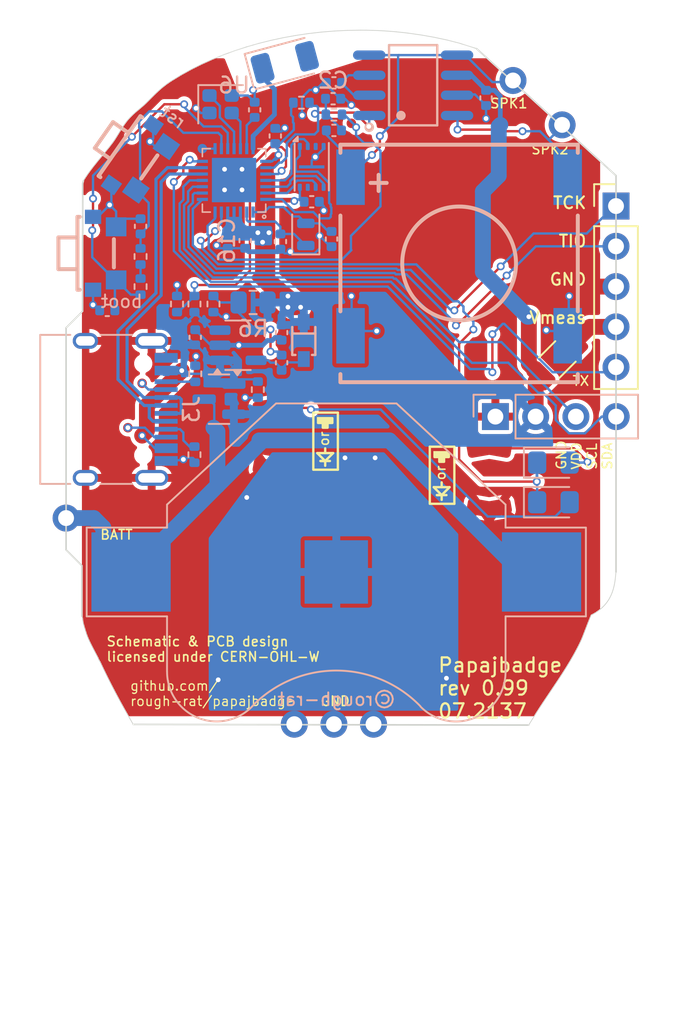
<source format=kicad_pcb>
(kicad_pcb (version 20241229) (generator "pcbnew") (generator_version "9.0")
  (layers (0 "F.Cu" signal) (2 "B.Cu" signal) (13 "F.Paste" user) (15 "B.Paste" user) (5 "F.SilkS" user "F.Silkscreen") (7 "B.SilkS" user "B.Silkscreen") (1 "F.Mask" user) (3 "B.Mask" user) (25 "Edge.Cuts" user))
  (net 0 "")
  (net 1 "Net-(D2-A)")
  (net 2 "Net-(D1-A)")
  (net 3 "Net-(AE1-FEED)")
  (net 4 "+BATT")
  (net 5 "GND")
  (net 6 "+5V")
  (net 8 "/SPK_VOP")
  (net 9 "/X32O")
  (net 10 "/X32I")
  (net 11 "Net-(C2-Pad2)")
  (net 12 "/USB_DN")
  (net 13 "/USB_DP")
  (net 14 "/RX")
  (net 15 "/TX")
  (net 16 "VDD")
  (net 17 "/TCK")
  (net 18 "/TIO")
  (net 19 "/SPK_BYPASS")
  (net 20 "Net-(U6-VINTA)")
  (net 21 "Net-(U2-ADJ)")
  (net 22 "Net-(U6-PA10{slash}X32KI{slash}TMR1)")
  (net 23 "Net-(U6-PA11{slash}X32KO{slash}TMR2)")
  (net 24 "Net-(D3-A)")
  (net 25 "Net-(J3-SBU2)")
  (net 26 "Net-(J3-CC2)")
  (net 27 "Net-(J3-CC1)")
  (net 28 "Net-(J3-SBU1)")
  (net 29 "Net-(J2-Pin_4)")
  (net 30 "Net-(U1-VO-)")
  (net 31 "/LEDEYES")
  (net 32 "/SPK_EN")
  (net 33 "/SPK_MSB")
  (net 34 "/SPI0_MISO")
  (net 35 "/SPI0_MOSI")
  (net 36 "/SPI0_SCLK")
  (net 37 "/SPI0_CS")
  (net 38 "/VSENS_USB")
  (net 39 "/SCL")
  (net 40 "/SDA")
  (net 41 "/nRST")
  (net 42 "/BOOT")
  (net 43 "+3.3V")
  (footprint "Resistor_SMD:R_1206_3216Metric" (layer "F.Cu") (at 120 102.5 45)
    (property "Reference" "R14" (hide yes))
    (property "Value" "50m/1206")
  )
  (footprint "Critbit_lib:eyeled" (layer "F.Cu") (at 102.2 107.3 90)
    (property "Reference" "D3" (hide yes))
    (property "Value" "LED" (hide yes))
  )
  (footprint "Connector_PinHeader_2.54mm:PinHeader_1x05_P2.54mm_Vertical" (layer "F.Cu") (at 123.7 92.82)
    (property "Reference" "J2" (hide yes))
    (property "Value" "DEBUG_CONN")
  )
  (footprint "Critbit_lib:eyeled" (layer "F.Cu") (at 115.7 109.85 90)
    (property "Reference" "D2" (hide yes))
    (property "Value" "LED" (hide yes))
  )
  (footprint "BadgeMagic:TestPoint_Pad_D0.6mm" (layer "F.Cu") (at 107 87.6)
    (property "Reference" "TP1" (hide yes))
    (property "Value" "RX")
  )
  (footprint "BadgeMagic:TestPoint_Pad_D0.6mm" (layer "F.Cu") (at 93.8 104 180)
    (property "Reference" "TP5" (hide yes))
    (property "Value" "RX")
  )
  (footprint "BadgeMagic:TestPoint_Pad_D0.6mm" (layer "F.Cu") (at 92.9 106.8 180)
    (property "Reference" "TP6" (hide yes))
    (property "Value" "RX")
  )
  (footprint "easyeda2kicad:SW-SMD_TS24CA" (layer "B.Cu") (at 93.73741 89.99171 -125)
    (property "Reference" "SW1" (hide yes))
    (property "Value" "TS24CA")
  )
  (footprint "Resistor_SMD:R_0402_1005Metric" (layer "B.Cu") (at 98.3 99 90)
    (property "Reference" "R7" (hide yes))
    (property "Value" "20k")
  )
  (footprint "BadgeMagic:TestPoint_Pad_D0.6mm" (layer "B.Cu") (at 97.6 89.2 180)
    (property "Reference" "TP4" (hide yes))
    (property "Value" "RX")
  )
  (footprint "Capacitor_SMD:C_0402_1005Metric" (layer "B.Cu") (at 104.5 92.55)
    (property "Reference" "C15" (hide yes))
    (property "Value" "2.2uF")
  )
  (footprint "easyeda2kicad:SOD-323_L1.8-W1.3-LS2.5-RD" (layer "B.Cu") (at 104 101.3 -90)
    (property "Reference" "D1" (hide yes))
    (property "Value" "1N4148WS T4")
  )
  (footprint "Connector_PinHeader_2.54mm:PinHeader_1x04_P2.54mm_Vertical" (layer "B.Cu") (at 116.09 106.1 -90)
    (property "Reference" "U3" (hide yes))
    (property "Value" "~")
  )
  (footprint "Crystal:Crystal_SMD_2016-4Pin_2.0x1.6mm" (layer "B.Cu") (at 98.75 86.4)
    (property "Reference" "Y1" (hide yes))
    (property "Value" "32 MHz")
  )
  (footprint "Capacitor_SMD:C_0402_1005Metric" (layer "B.Cu") (at 100.3 95 -90)
    (property "Reference" "C16")
    (property "Value" "100n")
  )
  (footprint "Capacitor_SMD:C_0402_1005Metric" (layer "B.Cu") (at 102.6 102.7 -90)
    (property "Reference" "C7" (hide yes))
    (property "Value" "12p")
  )
  (footprint "Resistor_SMD:R_0805_2012Metric" (layer "B.Cu") (at 100.8 98.9)
    (property "Reference" "R6")
    (property "Value" "62k")
  )
  (footprint "Resistor_SMD:R_0402_1005Metric" (layer "B.Cu") (at 97.1 108.5 -90)
    (property "Reference" "R11" (hide yes))
    (property "Value" "5.1k")
  )
  (footprint "Connector_USB:USB_C_Receptacle_HRO_TYPE-C-31-M-12" (layer "B.Cu") (at 91.27 105.645 90)
    (property "Reference" "J3")
    (property "Value" "USB_C_Receptacle_USB2.0")
  )
  (footprint "Capacitor_SMD:C_0402_1005Metric" (layer "B.Cu") (at 115.5 86 -90)
    (property "Reference" "C1" (hide yes))
    (property "Value" "1uF")
  )
  (footprint "Capacitor_SMD:C_0402_1005Metric" (layer "B.Cu") (at 105.9 85.05 180)
    (property "Reference" "C4" (hide yes))
    (property "Value" "1uF")
  )
  (footprint "Resistor_SMD:R_0402_1005Metric" (layer "B.Cu") (at 93.7 97.9 90)
    (property "Reference" "R13" (hide yes))
    (property "Value" "10k")
  )
  (footprint "Capacitor_SMD:C_0402_1005Metric" (layer "B.Cu") (at 102.525 95.06 -90)
    (property "Reference" "C10" (hide yes))
    (property "Value" "12p")
  )
  (footprint "LED_SMD:LED_0805_2012Metric_Pad1.15x1.40mm_HandSolder" (layer "B.Cu") (at 119.75 111.5)
    (property "Reference" "R9" (hide yes))
    (property "Value" "470")
  )
  (footprint "Capacitor_SMD:C_0402_1005Metric" (layer "B.Cu") (at 102.2 88.4 90)
    (property "Reference" "C13" (hide yes))
    (property "Value" "2.2uF")
  )
  (footprint "Capacitor_SMD:C_0402_1005Metric" (layer "B.Cu") (at 105.85 86.05 180)
    (property "Reference" "C2")
    (property "Value" "12p")
  )
  (footprint "Resistor_SMD:R_0402_1005Metric" (layer "B.Cu") (at 97.15 103.4 90)
    (property "Reference" "R12" (hide yes))
    (property "Value" "5.1k")
  )
  (footprint "easyeda2kicad:QFN-28_L4.0-W4.0-P0.40-BL-EP2.8" (layer "B.Cu") (at 99.6 91.2 180)
    (property "Reference" "U6")
    (property "Value" "CH582F_C3001175")
  )
  (footprint "Capacitor_SMD:C_0402_1005Metric" (layer "B.Cu") (at 105.9 88.05 180)
    (property "Reference" "C3" (hide yes))
    (property "Value" "220nF")
  )
  (footprint "easyeda2kicad:SOIC-8_L4.9-W3.9-P1.27-LS6.0-BL" (layer "B.Cu") (at 110.9 85.2 90)
    (property "Reference" "U1" (hide yes))
    (property "Value" "LM4871")
  )
  (footprint "BadgeMagic:USON-8_2x3" (layer "B.Cu") (at 104.5 90.35 -90)
    (property "Reference" "U5" (hide yes))
    (property "Value" "NOR Flash")
  )
  (footprint "Resistor_SMD:R_0402_1005Metric" (layer "B.Cu") (at 93.7 96 -90)
    (property "Reference" "R10" (hide yes))
    (property "Value" "10k")
  )
  (footprint "Crystal:Crystal_SMD_2012-2Pin_2.0x1.2mm" (layer "B.Cu") (at 104.125 94.61 90)
    (property "Reference" "Y2" (hide yes))
    (property "Value" "XO-32K")
  )
  (footprint "easyeda2kicad:BUZ-SMD_5P-L15.0-W15.0-P13.7-BL" (layer "B.Cu") (at 113.8 96)
    (property "Reference" "SPK1" (hide yes))
    (property "Value" "FS-1540")
  )
  (footprint "Capacitor_SMD:C_0402_1005Metric" (layer "B.Cu") (at 100.9 86.75 -90)
    (property "Reference" "C5" (hide yes))
    (property "Value" "2.2uF")
  )
  (footprint "Package_TO_SOT_SMD:SOT-23-5" (layer "B.Cu") (at 99.85 101.6)
    (property "Reference" "U2" (hide yes))
    (property "Value" "AP2127K-ADJ")
  )
  (footprint "RF_Antenna:Johanson_2450AT18x100" (layer "B.Cu") (at 102.8 83.75 15)
    (property "Reference" "AE1" (hide yes))
    (property "Value" "Antenna_Chip")
  )
  (footprint "Resistor_SMD:R_0402_1005Metric" (layer "B.Cu") (at 105.9 87.05)
    (property "Reference" "R3" (hide yes))
    (property "Value" "20k")
  )
  (footprint "Capacitor_SMD:C_0402_1005Metric" (layer "B.Cu") (at 102.6 100.8 -90)
    (property "Reference" "C8" (hide yes))
    (property "Value" "2.2uF")
  )
  (footprint "Resistor_SMD:R_0402_1005Metric" (layer "B.Cu") (at 103.85 86.3 180)
    (property "Reference" "R5" (hide yes))
    (property "Value" "10k")
  )
  (footprint "Battery:BatteryHolder_Multicomp_BC-2001_1x2032" (layer "B.Cu") (at 106.05 115.9)
    (property "Reference" "BT1" (hide yes))
    (property "Value" "CR2032" (hide yes))
  )
  (footprint "easyeda2kicad:SW-SMD_TS24CA" (layer "B.Cu") (at 91.3875 95.8 -90)
    (property "Reference" "SW2" (hide yes))
    (property "Value" "TS24CA")
  )
  (footprint "Resistor_SMD:R_0402_1005Metric" (layer "B.Cu") (at 101.1 104.4 90)
    (property "Reference" "R4" (hide yes))
    (property "Value" "10k")
  )
  (footprint "Package_TO_SOT_SMD:SOT-23" (layer "B.Cu") (at 98.65 105 180)
    (property "Reference" "Q1" (hide yes))
    (property "Value" "AO3401A")
  )
  (footprint "LED_SMD:LED_0805_2012Metric_Pad1.15x1.40mm_HandSolder" (layer "B.Cu") (at 119.75 109)
    (property "Reference" "R8" (hide yes))
    (property "Value" "470")
  )
  (footprint "Resistor_SMD:R_0402_1005Metric" (layer "B.Cu") (at 96 99 90)
    (property "Reference" "R15" (hide yes))
    (property "Value" "20k")
  )
  (footprint "Capacitor_SMD:C_0402_1005Metric" (layer "B.Cu") (at 91.6 99.4 180)
    (property "Reference" "C12" (hide yes))
    (property "Value" "100n")
  )
  (footprint "Capacitor_SMD:C_0402_1005Metric" (layer "B.Cu") (at 97.15 101.1 90)
    (property "Reference" "C6" (hide yes))
    (property "Value" "1uF")
  )
  (footprint "Capacitor_SMD:C_0402_1005Metric" (layer "B.Cu") (at 93.7 94.1 90)
    (property "Reference" "C9" (hide yes))
    (property "Value" "100n")
  )
  (footprint "Resistor_SMD:R_0402_1005Metric" (layer "B.Cu") (at 97.1 99 90)
    (property "Reference" "R1" (hide yes))
    (property "Value" "20k")
  )
  (footprint "Capacitor_SMD:C_0402_1005Metric" (layer "B.Cu") (at 105.75 94.9 -90)
    (property "Reference" "C11" (hide yes))
    (property "Value" "12p")
  )
  (footprint "Capacitor_SMD:C_0402_1005Metric" (layer "B.Cu") (at 99.2 95 -90)
    (property "Reference" "C14" (hide yes))
    (property "Value" "2.2uF")
  )
  (gr_line (start 105.35 108.9) (end 105.35 109.2) (stroke (width 0.15)) (layer "F.SilkS"))
  (gr_line (start 112.7 111.05) (end 112.7 111.35) (stroke (width 0.15)) (layer "F.SilkS"))
  (gr_rect (start 112.25 108.35) (end 113.15 108.65) (stroke (width 0.15)) (fill yes) (layer "F.SilkS"))
  (gr_rect (start 104.9 106.2) (end 105.8 106.5) (stroke (width 0.15)) (fill yes) (layer "F.SilkS"))
  (gr_line (start 105.35 108.4) (end 105.35 108.1) (stroke (width 0.15)) (layer "F.SilkS"))
  (gr_line (start 106.15 109.45) (end 106.15 105.85) (stroke (width 0.15)) (layer "F.SilkS"))
  (gr_rect (start 112.55 108.65) (end 112.85 108.95) (stroke (width 0.15)) (fill yes) (layer "F.SilkS"))
  (gr_line (start 112.2 110.55) (end 112.7 111.05) (stroke (width 0.15)) (layer "F.SilkS"))
  (gr_line (start 112.4 111.05) (end 113 111.05) (stroke (width 0.15)) (layer "F.SilkS"))
  (gr_line (start 104.65 109.45) (end 106.15 109.45) (stroke (width 0.15)) (layer "F.SilkS"))
  (gr_line (start 104.85 108.4) (end 105.35 108.9) (stroke (width 0.15)) (layer "F.SilkS"))
  (gr_line (start 113.2 110.55) (end 112.2 110.55) (stroke (width 0.15)) (layer "F.SilkS"))
  (gr_line (start 105.35 108.9) (end 105.85 108.4) (stroke (width 0.15)) (layer "F.SilkS"))
  (gr_line (start 112 111.6) (end 113.5 111.6) (stroke (width 0.15)) (layer "F.SilkS"))
  (gr_line (start 112.7 111.05) (end 112.4 111.05) (stroke (width 0.15)) (layer "F.SilkS"))
  (gr_line (start 112.7 110.55) (end 112.7 110.25) (stroke (width 0.15)) (layer "F.SilkS"))
  (gr_line (start 105.35 108.9) (end 105.05 108.9) (stroke (width 0.15)) (layer "F.SilkS"))
  (gr_line (start 113.5 108) (end 111.95 108) (stroke (width 0.15)) (layer "F.SilkS"))
  (gr_line (start 104.6 105.85) (end 104.6 109.45) (stroke (width 0.15)) (layer "F.SilkS"))
  (gr_line (start 105.05 108.9) (end 105.65 108.9) (stroke (width 0.15)) (layer "F.SilkS"))
  (gr_line (start 112.7 111.05) (end 113.2 110.55) (stroke (width 0.15)) (layer "F.SilkS"))
  (gr_line (start 113.5 111.6) (end 113.5 108) (stroke (width 0.15)) (layer "F.SilkS"))
  (gr_line (start 111.95 108) (end 111.95 111.6) (stroke (width 0.15)) (layer "F.SilkS"))
  (gr_rect (start 105.2 106.5) (end 105.5 106.8) (stroke (width 0.15)) (fill yes) (layer "F.SilkS"))
  (gr_line (start 105.85 108.4) (end 104.85 108.4) (stroke (width 0.15)) (layer "F.SilkS"))
  (gr_line (start 106.15 105.85) (end 104.6 105.85) (stroke (width 0.15)) (layer "F.SilkS"))
  (gr_line (start 93.96467 86.405026) (end 94.064786 86.30857) (stroke (width 0.05)) (layer "Edge.Cuts"))
  (gr_line (start 92.315812 88.242312) (end 92.426127 88.062916) (stroke (width 0.05)) (layer "Edge.Cuts"))
  (gr_line (start 94.064786 86.30857) (end 94.160322 86.214338) (stroke (width 0.05)) (layer "Edge.Cuts"))
  (gr_line (start 90.038478 118.795119) (end 90 118.7) (stroke (width 0.05)) (layer "Edge.Cuts"))
  (gr_line (start 123.390667 117.357969) (end 123.311893 117.51854) (stroke (width 0.05)) (layer "Edge.Cuts"))
  (gr_line (start 122.270382 118.548593) (end 122.252776 118.55843) (stroke (width 0.05)) (layer "Edge.Cuts"))
  (gr_line (start 90.342436 119.953334) (end 90.314469 119.88014) (stroke (width 0.05)) (layer "Edge.Cuts"))
  (gr_line (start 91.353534 121.997401) (end 91.139666 121.547221) (stroke (width 0.05)) (layer "Edge.Cuts"))
  (gr_line (start 122.670664 118.27993) (end 122.579341 118.349628) (stroke (width 0.05)) (layer "Edge.Cuts"))
  (gr_line (start 93.846694 86.512099) (end 93.887321 86.476193) (stroke (width 0.05)) (layer "Edge.Cuts"))
  (gr_line (start 91.087193 121.472212) (end 91.077945 121.454386) (stroke (width 0.05)) (layer "Edge.Cuts"))
  (gr_line (start 122.165944 118.601721) (end 122.148992 118.609277) (stroke (width 0.05)) (layer "Edge.Cuts"))
  (gr_line (start 91.79616 122.89091) (end 91.57238 122.445328) (stroke (width 0.05)) (layer "Edge.Cuts"))
  (gr_line (start 89 114.5) (end 90 115.5) (stroke (width 0.1)) (layer "Edge.Cuts"))
  (gr_line (start 92.993043 87.279745) (end 93.04569 87.223447) (stroke (width 0.05)) (layer "Edge.Cuts"))
  (gr_line (start 90.314469 119.88014) (end 90.288274 119.807042) (stroke (width 0.05)) (layer "Edge.Cuts"))
  (gr_line (start 92.426127 88.062916) (end 92.48262 87.972612) (stroke (width 0.05)) (layer "Edge.Cuts"))
  (gr_line (start 92.48262 87.972612) (end 92.540362 87.882197) (stroke (width 0.05)) (layer "Edge.Cuts"))
  (gr_line (start 90.09072 119.14585) (end 90.077852 119.089478) (stroke (width 0.05)) (layer "Edge.Cuts"))
  (gr_line (start 123.7 90.9) (end 114.901448 82.889435) (stroke (width 0.1)) (layer "Edge.Cuts"))
  (gr_line (start 91.060401 121.417326) (end 91.028092 121.342544) (stroke (width 0.05)) (layer "Edge.Cuts"))
  (gr_line (start 122.035161 118.850444) (end 121.932383 119.109088) (stroke (width 0.05)) (layer "Edge.Cuts"))
  (gr_line (start 122.148992 118.609277) (end 122.132235 118.616493) (stroke (width 0.05)) (layer "Edge.Cuts"))
  (gr_line (start 123.04835 117.911105) (end 122.982704 117.987212) (stroke (width 0.05)) (layer "Edge.Cuts"))
  (gr_line (start 118.685324 124.763878) (end 118.437022 125.159178) (stroke (width 0.05)) (layer "Edge.Cuts"))
  (gr_line (start 95.247036 85.206474) (end 95.339998 85.136907) (stroke (width 0.05)) (layer "Edge.Cuts"))
  (gr_line (start 90.537125 120.388951) (end 90.468335 120.245087) (stroke (width 0.05)) (layer "Edge.Cuts"))
  (gr_line (start 90.048533 118.916178) (end 90.042439 118.856337) (stroke (width 0.05)) (layer "Edge.Cuts"))
  (gr_line (start 90.185943 91.077681) (end 90.27702 90.938472) (stroke (width 0.05)) (layer "Edge.Cuts"))
  (gr_line (start 123.218654 117.677529) (end 123.166135 117.756152) (stroke (width 0.05)) (layer "Edge.Cuts"))
  (gr_line (start 121.569797 120.045378) (end 121.543137 120.110171) (stroke (width 0.05)) (layer "Edge.Cuts"))
  (gr_line (start 90.468335 120.245087) (end 90.402948 120.099615) (stroke (width 0.05)) (layer "Edge.Cuts"))
  (gr_line (start 121.289795 120.6396) (end 121.066774 121.057852) (stroke (width 0.05)) (layer "Edge.Cuts"))
  (gr_line (start 121.668341 119.794498) (end 121.599285 119.971696) (stroke (width 0.05)) (layer "Edge.Cuts"))
  (gr_line (start 90.104843 119.201863) (end 90.09072 119.14585) (stroke (width 0.05)) (layer "Edge.Cuts"))
  (gr_line (start 92.095506 88.59465) (end 92.139044 88.527245) (stroke (width 0.05)) (layer "Edge.Cuts"))
  (gr_line (start 123.456495 117.196701) (end 123.390667 117.357969) (stroke (width 0.05)) (layer "Edge.Cuts"))
  (gr_line (start 103.491325 82.058826) (end 104.295348 81.940197) (stroke (width 0.05)) (layer "Edge.Cuts"))
  (gr_line (start 92.889547 87.397832) (end 92.940956 87.337843) (stroke (width 0.05)) (layer "Edge.Cuts"))
  (gr_line (start 95.437005 85.067317) (end 95.538344 84.997725) (stroke (width 0.05)) (layer "Edge.Cuts"))
  (gr_line (start 91.106825 121.505572) (end 91.096807 121.489333) (stroke (width 0.05)) (layer "Edge.Cuts"))
  (gr_line (start 110.201148 81.867578) (end 110.566257 81.910724) (stroke (width 0.05)) (layer "Edge.Cuts"))
  (gr_line (start 113.812501 82.545375) (end 114.901448 82.889435) (stroke (width 0.05)) (layer "Edge.Cuts"))
  (gr_line (start 96.886028 84.206261) (end 97.54426 83.87693) (stroke (width 0.05)) (layer "Edge.Cuts"))
  (gr_line (start 96.252165 84.556813) (end 96.886028 84.206261) (stroke (width 0.05)) (layer "Edge.Cuts"))
  (gr_line (start 93.04569 87.223447) (end 93.09878 87.168856) (stroke (width 0.05)) (layer "Edge.Cuts"))
  (gr_line (start 92.540362 87.882197) (end 92.599625 87.791893) (stroke (width 0.05)) (layer "Edge.Cuts"))
  (gr_line (start 108.712519 81.75215) (end 109.088267 81.7724) (stroke (width 0.05)) (layer "Edge.Cuts"))
  (gr_line (start 122.912302 118.062259) (end 122.836955 118.136135) (stroke (width 0.05)) (layer "Edge.Cuts"))
  (gr_line (start 122.482313 118.417712) (end 122.37939 118.48407) (stroke (width 0.05)) (layer "Edge.Cuts"))
  (gr_line (start 93.152196 87.115883) (end 93.20582 87.064435) (stroke (width 0.05)) (layer "Edge.Cuts"))
  (gr_line (start 92.660677 87.70192) (end 92.723789 87.612497) (stroke (width 0.05)) (layer "Edge.Cuts"))
  (gr_line (start 123.55539 116.875621) (end 123.510896 117.035623) (stroke (width 0.05)) (layer "Edge.Cuts"))
  (gr_line (start 90 115.5) (end 90 118.7) (stroke (width 0.1)) (layer "Edge.Cuts"))
  (gr_line (start 101.143768 82.563937) (end 101.913901 82.371134) (stroke (width 0.05)) (layer "Edge.Cuts"))
  (gr_line (start 94.341525 86.031931) (end 94.614169 85.759686) (stroke (width 0.05)) (layer "Edge.Cuts"))
  (gr_line (start 93.420052 86.872076) (end 93.628226 86.696831) (stroke (width 0.05)) (layer "Edge.Cuts"))
  (gr_line (start 90.662258 90.4049) (end 90.863494 90.149259) (stroke (width 0.05)) (layer "Edge.Cuts"))
  (gr_line (start 122.200338 118.585539) (end 122.183068 118.593812) (stroke (width 0.05)) (layer "Edge.Cuts"))
  (gr_line (start 92.739737 124.647906) (end 92.496662 124.212644) (stroke (width 0.05)) (layer "Edge.Cuts"))
  (gr_line (start 90.27702 90.938472) (end 90.370471 90.80179) (stroke (width 0.05)) (layer "Edge.Cuts"))
  (gr_line (start 92.226668 88.38751) (end 92.315812 88.242312) (stroke (width 0.05)) (layer "Edge.Cuts"))
  (gr_line (start 122.217729 118.576892) (end 122.200338 118.585539) (stroke (width 0.05)) (layer "Edge.Cuts"))
  (gr_line (start 105.107399 81.847167) (end 105.925845 81.780176) (stroke (width 0.05)) (layer "Edge.Cuts"))
  (gr_line (start 106.749052 81.73966) (end 107.575385 81.726057) (stroke (width 0.05)) (layer "Edge.Cuts"))
  (gr_line (start 94.614169 85.759686) (end 94.757966 85.622226) (stroke (width 0.05)) (layer "Edge.Cuts"))
  (gr_line (start 104.295348 81.940197) (end 105.107399 81.847167) (stroke (width 0.05)) (layer "Edge.Cuts"))
  (gr_line (start 91.139666 121.547221) (end 91.128217 121.534693) (stroke (width 0.05)) (layer "Edge.Cuts"))
  (gr_line (start 91.128217 121.534693) (end 91.117283 121.520751) (stroke (width 0.05)) (layer "Edge.Cuts"))
  (gr_line (start 123.166135 117.756152) (end 123.10943 117.834048) (stroke (width 0.05)) (layer "Edge.Cuts"))
  (gr_line (start 95.072083 85.345454) (end 95.157827 85.275997) (stroke (width 0.05)) (layer "Edge.Cuts"))
  (gr_line (start 93.313224 86.965751) (end 93.420052 86.872076) (stroke (width 0.05)) (layer "Edge.Cuts"))
  (gr_line (start 121.599285 119.971696) (end 121.569797 120.045378) (stroke (width 0.05)) (layer "Edge.Cuts"))
  (gr_line (start 92.139044 88.527245) (end 92.226668 88.38751) (stroke (width 0.05)) (layer "Edge.Cuts"))
  (gr_line (start 90.863494 90.149259) (end 91.067473 89.898905) (stroke (width 0.05)) (layer "Edge.Cuts"))
  (gr_line (start 91.57238 122.445328) (end 91.353534 121.997401) (stroke (width 0.05)) (layer "Edge.Cuts"))
  (gr_line (start 93.926681 86.440519) (end 93.96467 86.405026) (stroke (width 0.05)) (layer "Edge.Cuts"))
  (gr_line (start 93.628226 86.696831) (end 93.718262 86.621699) (stroke (width 0.05)) (layer "Edge.Cuts"))
  (gr_line (start 95.538344 84.997725) (end 95.644305 84.92815) (stroke (width 0.05)) (layer "Edge.Cuts"))
  (gr_line (start 94.252245 86.122176) (end 94.341525 86.031931) (stroke (width 0.05)) (layer "Edge.Cuts"))
  (gr_line (start 90.264034 119.734142) (end 90.241934 119.661538) (stroke (width 0.05)) (layer "Edge.Cuts"))
  (gr_line (start 92.78923 87.523845) (end 92.838932 87.459802) (stroke (width 0.05)) (layer "Edge.Cuts"))
  (gr_line (start 90.288274 119.807042) (end 90.264034 119.734142) (stroke (width 0.05)) (layer "Edge.Cuts"))
  (gr_line (start 122.836955 118.136135) (end 122.756472 118.208729) (stroke (width 0.05)) (layer "Edge.Cuts"))
  (gr_line (start 109.832901 81.830131) (end 110.201148 81.867578) (stroke (width 0.05)) (layer "Edge.Cuts"))
  (gr_line (start 120.327314 122.284503) (end 120.066127 122.684854) (stroke (width 0.05)) (layer "Edge.Cuts"))
  (gr_line (start 92.051992 88.660195) (end 92.095506 88.59465) (stroke (width 0.05)) (layer "Edge.Cuts"))
  (gr_line (start 92.496662 124.212644) (end 92.258345 123.774661) (stroke (width 0.05)) (layer "Edge.Cuts"))
  (gr_line (start 100.388201 82.780589) (end 101.143768 82.563937) (stroke (width 0.05)) (layer "Edge.Cuts"))
  (gr_line (start 91.067473 89.898905) (end 91.271943 89.652229) (stroke (width 0.05)) (layer "Edge.Cuts"))
  (gr_line (start 108.33491 81.737665) (end 108.712519 81.75215) (stroke (width 0.05)) (layer "Edge.Cuts"))
  (gr_line (start 92.258345 123.774661) (end 92.024829 123.334052) (stroke (width 0.05)) (layer "Edge.Cuts"))
  (gr_line (start 123.7 115.9) (end 123.644616 116.410931) (stroke (width 0.05)) (layer "Edge.Cuts"))
  (gr_line (start 99.648832 83.020652) (end 100.388201 82.780589) (stroke (width 0.05)) (layer "Edge.Cuts"))
  (gr_line (start 123.311893 117.51854) (end 123.267176 117.598288) (stroke (width 0.05)) (layer "Edge.Cuts"))
  (gr_line (start 93.20582 87.064435) (end 93.313224 86.965751) (stroke (width 0.05)) (layer "Edge.Cuts"))
  (gr_line (start 91.028092 121.342544) (end 91.012738 121.307656) (stroke (width 0.05)) (layer "Edge.Cuts"))
  (gr_line (start 91.077945 121.454386) (end 91.060401 121.417326) (stroke (width 0.05)) (layer "Edge.Cuts"))
  (gr_line (start 94.160322 86.214338) (end 94.252245 86.122176) (stroke (width 0.05)) (layer "Edge.Cuts"))
  (gr_line (start 90.466016 90.667435) (end 90.662258 90.4049) (stroke (width 0.05)) (layer "Edge.Cuts"))
  (gr_line (start 123.7 90.9) (end 123.7 115.9) (stroke (width 0.1)) (layer "Edge.Cuts"))
  (gr_line (start 89 114.5) (end 89 100.5) (stroke (width 0.1)) (layer "Edge.Cuts"))
  (gr_line (start 90.077852 119.089478) (end 90.066415 119.032545) (stroke (width 0.05)) (layer "Edge.Cuts"))
  (gr_line (start 95.644305 84.92815) (end 96.252165 84.556813) (stroke (width 0.05)) (layer "Edge.Cuts"))
  (gr_line (start 122.37939 118.48407) (end 122.270382 118.548593) (stroke (width 0.05)) (layer "Edge.Cuts"))
  (gr_line (start 90.066415 119.032545) (end 90.056583 118.974846) (stroke (width 0.05)) (layer "Edge.Cuts"))
  (gr_line (start 90.046118 99.453882) (end 90.05 91.4) (stroke (width 0.1)) (layer "Edge.Cuts"))
  (gr_line (start 102.696964 82.202618) (end 103.491325 82.058826) (stroke (width 0.05)) (layer "Edge.Cuts"))
  (gr_line (start 91.80239 88.999965) (end 91.884531 88.892648) (stroke (width 0.05)) (layer "Edge.Cuts"))
  (gr_line (start 91.117283 121.520751) (end 91.106825 121.505572) (stroke (width 0.05)) (layer "Edge.Cuts"))
  (gr_line (start 97.54426 83.87693) (end 98.225227 83.56926) (stroke (width 0.05)) (layer "Edge.Cuts"))
  (gr_line (start 110.566257 81.910724) (end 111.425828 82.03327) (stroke (width 0.05)) (layer "Edge.Cuts"))
  (gr_line (start 90.097523 91.219619) (end 90.185943 91.077681) (stroke (width 0.05)) (layer "Edge.Cuts"))
  (gr_line (start 90.241934 119.661538) (end 90.170371 119.426414) (stroke (width 0.05)) (layer "Edge.Cuts"))
  (gr_line (start 123.10943 117.834048) (end 123.04835 117.911105) (stroke (width 0.05)) (layer "Edge.Cuts"))
  (gr_line (start 90.056583 118.974846) (end 90.048533 118.916178) (stroke (width 0.05)) (layer "Edge.Cuts"))
  (gr_line (start 101.913901 82.371134) (end 102.696964 82.202618) (stroke (width 0.05)) (layer "Edge.Cuts"))
  (gr_line (start 122.132235 118.616493) (end 122.035161 118.850444) (stroke (width 0.05)) (layer "Edge.Cuts"))
  (gr_line (start 98.927296 83.283688) (end 99.648832 83.020652) (stroke (width 0.05)) (layer "Edge.Cuts"))
  (gr_line (start 90.402948 120.099615) (end 90.342436 119.953334) (stroke (width 0.05)) (layer "Edge.Cuts"))
  (gr_line (start 121.395427 120.428576) (end 121.289795 120.6396) (stroke (width 0.05)) (layer "Edge.Cuts"))
  (gr_line (start 121.518905 120.166863) (end 121.496701 120.216245) (stroke (width 0.05)) (layer "Edge.Cuts"))
  (gr_line (start 90.607846 120.530408) (end 90.537125 120.388951) (stroke (width 0.05)) (layer "Edge.Cuts"))
  (gr_line (start 91.884531 88.892648) (end 91.964566 88.78504) (stroke (width 0.05)) (layer "Edge.Cuts"))
  (gr_line (start 118.190702 125.55571) (end 93.243504 125.515049) (stroke (width 0.1)) (layer "Edge.Cuts"))
  (gr_line (start 93.887321 86.476193) (end 93.926681 86.440519) (stroke (width 0.05)) (layer "Edge.Cuts"))
  (gr_line (start 123.510896 117.035623) (end 123.456495 117.196701) (stroke (width 0.05)) (layer "Edge.Cuts"))
  (gr_line (start 121.066774 121.057852) (end 120.830267 121.471253) (stroke (width 0.05)) (layer "Edge.Cuts"))
  (gr_line (start 91.964566 88.78504) (end 92.008385 88.723713) (stroke (width 0.05)) (layer "Edge.Cuts"))
  (gr_line (start 91.012738 121.307656) (end 91.005131 121.291459) (stroke (width 0.05)) (layer "Edge.Cuts"))
  (gr_line (start 122.579341 118.349628) (end 122.482313 118.417712) (stroke (width 0.05)) (layer "Edge.Cuts"))
  (gr_line (start 90.170371 119.426414) (end 90.13615 119.313632) (stroke (width 0.05)) (layer "Edge.Cuts"))
  (gr_line (start 92.599625 87.791893) (end 92.660677 87.70192) (stroke (width 0.05)) (layer "Edge.Cuts"))
  (gr_line (start 94.909832 85.484093) (end 95.072083 85.345454) (stroke (width 0.05)) (layer "Edge.Cuts"))
  (gr_line (start 91.632263 89.214758) (end 91.718261 89.107248) (stroke (width 0.05)) (layer "Edge.Cuts"))
  (gr_line (start 92.008385 88.723713) (end 92.051992 88.660195) (stroke (width 0.05)) (layer "Edge.Cuts"))
  (gr_line (start 94.757966 85.622226) (end 94.909832 85.484093) (stroke (width 0.05)) (layer "Edge.Cuts"))
  (gr_line (start 93.718262 86.621699) (end 93.804906 86.548285) (stroke (width 0.05)) (layer "Edge.Cuts"))
  (gr_line (start 92.838932 87.459802) (end 92.889547 87.397832) (stroke (width 0.05)) (layer "Edge.Cuts"))
  (gr_line (start 121.753499 119.572257) (end 121.668341 119.794498) (stroke (width 0.05)) (layer "Edge.Cuts"))
  (gr_line (start 91.455131 89.431489) (end 91.632263 89.214758) (stroke (width 0.05)) (layer "Edge.Cuts"))
  (gr_line (start 95.339998 85.136907) (end 95.437005 85.067317) (stroke (width 0.05)) (layer "Edge.Cuts"))
  (gr_line (start 122.252776 118.55843) (end 122.235217 118.567859) (stroke (width 0.05)) (layer "Edge.Cuts"))
  (gr_line (start 123.620731 116.562389) (end 123.591495 116.717581) (stroke (width 0.05)) (layer "Edge.Cuts"))
  (gr_line (start 118.437022 125.159178) (end 118.190702 125.55571) (stroke (width 0.05)) (layer "Edge.Cuts"))
  (gr_line (start 123.591495 116.717581) (end 123.55539 116.875621) (stroke (width 0.05)) (layer "Edge.Cuts"))
  (gr_line (start 95.157827 85.275997) (end 95.247036 85.206474) (stroke (width 0.05)) (layer "Edge.Cuts"))
  (gr_line (start 121.496701 120.216245) (end 121.395427 120.428576) (stroke (width 0.05)) (layer "Edge.Cuts"))
  (gr_line (start 93.804906 86.548285) (end 93.846694 86.512099) (stroke (width 0.05)) (layer "Edge.Cuts"))
  (gr_line (start 98.225227 83.56926) (end 98.927296 83.283688) (stroke (width 0.05)) (layer "Edge.Cuts"))
  (gr_line (start 120.582904 121.880053) (end 120.327314 122.284503) (stroke (width 0.05)) (layer "Edge.Cuts"))
  (gr_line (start 122.183068 118.593812) (end 122.165944 118.601721) (stroke (width 0.05)) (layer "Edge.Cuts"))
  (gr_line (start 91.005131 121.291459) (end 90.997523 121.276329) (stroke (width 0.05)) (layer "Edge.Cuts"))
  (gr_line (start 118.888518 124.447465) (end 118.685324 124.763878) (stroke (width 0.05)) (layer "Edge.Cuts"))
  (gr_line (start 107.955759 81.728962) (end 108.33491 81.737665) (stroke (width 0.05)) (layer "Edge.Cuts"))
  (gr_line (start 93.09878 87.168856) (end 93.152196 87.115883) (stroke (width 0.05)) (layer "Edge.Cuts"))
  (gr_line (start 113.047805 82.350035) (end 113.812501 82.545375) (stroke (width 0.05)) (layer "Edge.Cuts"))
  (gr_line (start 90.042439 118.856337) (end 90.038478 118.795119) (stroke (width 0.05)) (layer "Edge.Cuts"))
  (gr_line (start 123.267176 117.598288) (end 123.218654 117.677529) (stroke (width 0.05)) (layer "Edge.Cuts"))
  (gr_line (start 123.644616 116.410931) (end 123.620731 116.562389) (stroke (width 0.05)) (layer "Edge.Cuts"))
  (gr_line (start 91.271943 89.652229) (end 91.455131 89.431489) (stroke (width 0.05)) (layer "Edge.Cuts"))
  (gr_line (start 122.756472 118.208729) (end 122.670664 118.27993) (stroke (width 0.05)) (layer "Edge.Cuts"))
  (gr_line (start 90.05 91.4) (end 90.097523 91.219619) (stroke (width 0.1)) (layer "Edge.Cuts"))
  (gr_line (start 120.066127 122.684854) (end 119.537478 123.474258) (stroke (width 0.05)) (layer "Edge.Cuts"))
  (gr_line (start 90.370471 90.80179) (end 90.466016 90.667435) (stroke (width 0.05)) (layer "Edge.Cuts"))
  (gr_line (start 91.096807 121.489333) (end 91.087193 121.472212) (stroke (width 0.05)) (layer "Edge.Cuts"))
  (gr_line (start 90.13615 119.313632) (end 90.104843 119.201863) (stroke (width 0.05)) (layer "Edge.Cuts"))
  (gr_line (start 111.425828 82.03327) (end 112.252629 82.17952) (stroke (width 0.05)) (layer "Edge.Cuts"))
  (gr_line (start 109.461834 81.798399) (end 109.832901 81.830131) (stroke (width 0.05)) (layer "Edge.Cuts"))
  (gr_line (start 121.932383 119.109088) (end 121.753499 119.572257) (stroke (width 0.05)) (layer "Edge.Cuts"))
  (gr_line (start 122.235217 118.567859) (end 122.217729 118.576892) (stroke (width 0.05)) (layer "Edge.Cuts"))
  (gr_line (start 91.718261 89.107248) (end 91.80239 88.999965) (stroke (width 0.05)) (layer "Edge.Cuts"))
  (gr_line (start 122.982704 117.987212) (end 122.912302 118.062259) (stroke (width 0.05)) (layer "Edge.Cuts"))
  (gr_line (start 90.749185 120.80291) (end 90.607846 120.530408) (stroke (width 0.05)) (layer "Edge.Cuts"))
  (gr_line (start 119.537478 123.474258) (end 119.098362 124.128584) (stroke (width 0.05)) (layer "Edge.Cuts"))
  (gr_line (start 107.575385 81.726057) (end 107.955759 81.728962) (stroke (width 0.05)) (layer "Edge.Cuts"))
  (gr_line (start 119.098362 124.128584) (end 118.888518 124.447465) (stroke (width 0.05)) (layer "Edge.Cuts"))
  (gr_line (start 112.252629 82.17952) (end 113.047805 82.350035) (stroke (width 0.05)) (layer "Edge.Cuts"))
  (gr_line (start 109.088267 81.7724) (end 109.461834 81.798399) (stroke (width 0.05)) (layer "Edge.Cuts"))
  (gr_line (start 121.543137 120.110171) (end 121.518905 120.166863) (stroke (width 0.05)) (layer "Edge.Cuts"))
  (gr_line (start 92.024829 123.334052) (end 91.79616 122.89091) (stroke (width 0.05)) (layer "Edge.Cuts"))
  (gr_line (start 92.940956 87.337843) (end 92.993043 87.279745) (stroke (width 0.05)) (layer "Edge.Cuts"))
  (gr_line (start 92.723789 87.612497) (end 92.78923 87.523845) (stroke (width 0.05)) (layer "Edge.Cuts"))
  (gr_line (start 89 100.5) (end 90.046118 99.453882) (stroke (width 0.1)) (layer "Edge.Cuts"))
  (gr_line (start 90.997523 121.276329) (end 90.749185 120.80291) (stroke (width 0.05)) (layer "Edge.Cuts"))
  (gr_line (start 93.236755 125.515038) (end 92.739737 124.647906) (stroke (width 0.05)) (layer "Edge.Cuts"))
  (gr_line (start 120.830267 121.471253) (end 120.582904 121.880053) (stroke (width 0.05)) (layer "Edge.Cuts"))
  (gr_line (start 105.925845 81.780176) (end 106.749052 81.73966) (stroke (width 0.05)) (layer "Edge.Cuts"))
  (gr_text "Papajbadge \nrev 0.99\n07.2137" (at 112.4 125.2 0) (layer "F.SilkS") (effects (font (size 0.9 0.9) (thickness 0.14)) (justify left bottom)))
  (gr_text "SPK1" (at 115.7 86.7 0) (layer "F.SilkS") (effects (font (size 0.6 0.6) (thickness 0.1) (bold yes)) (justify left bottom)))
  (gr_text "GND" (at 105 124.4 0) (layer "F.SilkS") (effects (font (size 0.6 0.6) (thickness 0.1) (bold yes)) (justify left bottom)))
  (gr_text "github.com/\nrough-rat/papajbadge" (at 93 124.4 0) (layer "F.SilkS") (effects (font (size 0.6 0.6) (thickness 0.08)) (justify left bottom)))
  (gr_text "TCK\n\nTIO\n\nGND\n\nVmeas" (at 121.9 100.3 0) (layer "F.SilkS") (effects (font (size 0.75 0.75) (thickness 0.13) (bold yes)) (justify right bottom)))
  (gr_text "or" (at 105.634092 108.020073 90) (layer "F.SilkS") (effects (font (size 0.6 0.6) (thickness 0.1) (bold yes)) (justify left bottom)))
  (gr_text "SPK2" (at 118.3 89.6 0) (layer "F.SilkS") (effects (font (size 0.6 0.6) (thickness 0.1) (bold yes)) (justify left bottom)))
  (gr_text "TX" (at 120.9 104.2 0) (layer "F.SilkS") (effects (font (size 0.6 0.6) (thickness 0.1) (bold yes)) (justify left bottom)))
  (gr_text "or" (at 112.984092 110.170073 90) (layer "F.SilkS") (effects (font (size 0.6 0.6) (thickness 0.1) (bold yes)) (justify left bottom)))
  (gr_text "BATT" (at 91.1 113.9 0) (layer "F.SilkS") (effects (font (size 0.6 0.6) (thickness 0.1) (bold yes)) (justify left bottom)))
  (gr_text "Schematic & PCB design\nlicensed under CERN-OHL-W" (at 91.5 121.6 0) (layer "F.SilkS") (effects (font (size 0.6 0.6) (thickness 0.1) (bold yes)) (justify left bottom)))
  (gr_text "GND\nVDD\nSCL\nSDA" (at 123.5 109.5 90) (layer "F.SilkS") (effects (font (size 0.6 0.6) (thickness 0.1) (bold yes)) (justify left bottom)))
  (gr_text "rst" (at 96.2 88.1 325) (layer "B.SilkS") (effects (font (size 0.8 0.8) (thickness 0.12)) (justify left bottom mirror)))
  (gr_text "boot" (at 93.9 99.3 0) (layer "B.SilkS") (effects (font (size 0.8 0.8) (thickness 0.12)) (justify left bottom mirror)))
  (gr_text "©rough-rat" (at 109.85 124.4 0) (layer "B.SilkS") (effects (font (size 0.8 0.8) (thickness 0.12)) (justify left bottom mirror)))
  (segment (start 116.25 108.1) (end 121.05 108.1) (width 0.15) (layer "F.Cu") (net 1))
  (segment (start 121.05 108.1) (end 121.9 108.95) (width 0.15) (layer "F.Cu") (net 1))
  (via (at 121.9 108.95) (size 0.5) (drill 0.3) (layers "F.Cu" "B.Cu") (net 1))
  (segment (start 121.85 109) (end 121.9 108.95) (width 0.15) (layer "B.Cu") (net 1))
  (segment (start 120.775 109) (end 121.85 109) (width 0.15) (layer "B.Cu") (net 1))
  (segment (start 103 102.68) (end 103.79 102.68) (width 0.15) (layer "B.Cu") (net 2))
  (segment (start 101.75 102.55) (end 101.9 102.7) (width 0.15) (layer "B.Cu") (net 2))
  (segment (start 100.9875 102.55) (end 101.75 102.55) (width 0.15) (layer "B.Cu") (net 2))
  (segment (start 102.22 102.7) (end 102.6 103.08) (width 0.15) (layer "B.Cu") (net 2))
  (segment (start 101.9 102.7) (end 102.22 102.7) (width 0.15) (layer "B.Cu") (net 2))
  (segment (start 102.6 103.08) (end 103 102.68) (width 0.15) (layer "B.Cu") (net 2))
  (segment (start 102.6 103.08) (end 102.6 103.18) (width 0.15) (layer "B.Cu") (net 2))
  (segment (start 103.79 102.68) (end 104 102.47) (width 0.15) (layer "B.Cu") (net 2))
  (segment (start 102.15 87.05) (end 102.15 85.45) (width 0.3) (layer "B.Cu") (net 3))
  (segment (start 101.399408 84.699408) (end 101.399408 84.125288) (width 0.3) (layer "B.Cu") (net 3))
  (segment (start 100.8 89.2) (end 100.8 88.4) (width 0.3) (layer "B.Cu") (net 3))
  (segment (start 100.8 88.4) (end 102.15 87.05) (width 0.3) (layer "B.Cu") (net 3))
  (segment (start 102.15 85.45) (end 101.399408 84.699408) (width 0.3) (layer "B.Cu") (net 3))
  (via (at 89 112.5) (size 1.7) (drill 1) (layers "F.Cu" "B.Cu") (net 4))
  (segment (start 91.35 113.1) (end 90.75 112.5) (width 1) (layer "B.Cu") (net 4))
  (segment (start 117.7 115.9) (end 119 115.9) (width 1) (layer "B.Cu") (net 4))
  (segment (start 98.0125 105) (end 98.35 105.3375) (width 0.15) (layer "B.Cu") (net 4))
  (segment (start 98.55 110.45) (end 98.55 107.05) (width 1) (layer "B.Cu") (net 4))
  (segment (start 98.35 106.55) (end 98.4 106.6) (width 0.15) (layer "B.Cu") (net 4))
  (segment (start 97.7125 105) (end 98.0125 105) (width 0.15) (layer "B.Cu") (net 4))
  (segment (start 98.55 110.45) (end 101.2 107.8) (width 1) (layer "B.Cu") (net 4))
  (segment (start 91.35 115.9) (end 91.35 113.1) (width 1) (layer "B.Cu") (net 4))
  (segment (start 101.2 107.6) (end 109.4 107.6) (width 1) (layer "B.Cu") (net 4))
  (segment (start 109.4 107.6) (end 117.7 115.9) (width 1) (layer "B.Cu") (net 4))
  (segment (start 90.75 112.5) (end 89.25 112.5) (width 1) (layer "B.Cu") (net 4))
  (segment (start 98.35 105.3375) (end 98.35 106.25) (width 0.15) (layer "B.Cu") (net 4))
  (segment (start 98.55 107.05) (end 98.3 106.8) (width 1) (layer "B.Cu") (net 4))
  (segment (start 93.1 115.9) (end 98.55 110.45) (width 1) (layer "B.Cu") (net 4))
  (segment (start 101.2 107.8) (end 101.2 107.6) (width 1) (layer "B.Cu") (net 4))
  (segment (start 98.35 106.25) (end 98.35 106.55) (width 0.15) (layer "B.Cu") (net 4))
  (segment (start 105.9 123.9) (end 105.9 124.9) (width 1) (layer "F.Cu") (net 5))
  (segment (start 121.7 97.9) (end 123.7 97.9) (width 1) (layer "F.Cu") (net 5))
  (segment (start 108.4 123.9) (end 108.4 124.9) (width 1) (layer "F.Cu") (net 5))
  (segment (start 103.4 123.9) (end 103.4 124.9) (width 1) (layer "F.Cu") (net 5))
  (via (at 99 91.8) (size 0.5) (drill 0.3) (layers "F.Cu" "B.Cu") (net 5))
  (via (at 97.2 86.65) (size 0.5) (drill 0.3) (layers "F.Cu" "B.Cu") (net 5))
  (via (at 100.1 90.5) (size 0.5) (drill 0.3) (layers "F.Cu" "B.Cu") (net 5))
  (via (at 102.8 87.9) (size 0.5) (drill 0.3) (layers "F.Cu" "B.Cu") (net 5))
  (via (at 97.2 102.3) (size 0.5) (drill 0.3) (layers "F.Cu" "B.Cu") (net 5))
  (via (at 105.9 125.5) (size 1.7) (drill 1) (layers "F.Cu" "B.Cu") (net 5))
  (via (at 96.4 108.8) (size 0.5) (drill 0.3) (layers "F.Cu" "B.Cu") (net 5))
  (via (at 100.4 111.2) (size 0.5) (drill 0.3) (layers "F.Cu" "B.Cu") (net 5))
  (via (at 106.6 108.7) (size 0.5) (drill 0.3) (layers "F.Cu" "B.Cu") (net 5))
  (via (at 119.3 100.65) (size 0.5) (drill 0.3) (layers "F.Cu" "B.Cu") (net 5))
  (via (at 108.5 108.7) (size 0.5) (drill 0.3) (layers "F.Cu" "B.Cu") (net 5))
  (via (at 108.4 125.5) (size 1.7) (drill 1) (layers "F.Cu" "B.Cu") (net 5))
  (via (at 99.9 101.6) (size 0.5) (drill 0.3) (layers "F.Cu" "B.Cu") (net 5))
  (via (at 98.5 95.3) (size 0.5) (drill 0.3) (layers "F.Cu" "B.Cu") (net 5))
  (via (at 103.9 87.1) (size 0.5) (drill 0.3) (layers "F.Cu" "B.Cu") (net 5))
  (via (at 103.15 95.7) (size 0.5) (drill 0.3) (layers "F.Cu" "B.Cu") (net 5))
  (via (at 91.75 92.75) (size 0.5) (drill 0.3) (layers "F.Cu" "B.Cu") (net 5))
  (via (at 107 86.45) (size 0.5) (drill 0.3) (layers "F.Cu" "B.Cu") (net 5))
  (via (at 99.1 99.8) (size 0.5) (drill 0.3) (layers "F.Cu" "B.Cu") (net 5))
  (via (at 100.1 91.8) (size 0.5) (drill 0.3) (layers "F.Cu" "B.Cu") (net 5))
  (via (at 120.75 98.5) (size 0.5) (drill 0.3) (layers "F.Cu" "B.Cu") (net 5))
  (via (at 94.3 88.75) (size 0.5) (drill 0.3) (layers "F.Cu" "B.Cu") (net 5))
  (via (at 103.4 125.5) (size 1.7) (drill 1) (layers "F.Cu" "B.Cu") (net 5))
  (via (at 107 98.5) (size 0.5) (drill 0.3) (layers "F.Cu" "B.Cu") (net 5))
  (via (at 115.5 87.3) (size 0.5) (drill 0.3) (layers "F.Cu" "B.Cu") (net 5))
  (via (at 104.725 89.725) (size 0.5) (drill 0.3) (layers "F.Cu" "B.Cu") (net 5))
  (via (at 96 97.8) (size 0.5) (drill 0.3) (layers "F.Cu" "B.Cu") (net 5))
  (via (at 113 122.6) (size 0.5) (drill 0.3) (layers "F.Cu" "B.Cu") (net 5))
  (via (at 105.260439 93.106332) (size 0.5) (drill 0.3) (layers "F.Cu" "B.Cu") (net 5))
  (via (at 108.6 100.7) (size 0.5) (drill 0.3) (layers "F.Cu" "B.Cu") (net 5))
  (via (at 100.3 104.9) (size 0.5) (drill 0.3) (layers "F.Cu" "B.Cu") (net 5))
  (via (at 99 90.5) (size 0.5) (drill 0.3) (layers "F.Cu" "B.Cu") (net 5))
  (via (at 98.6 122.7) (size 0.5) (drill 0.3) (layers "F.Cu" "B.Cu") (net 5))
  (via (at 104.75 85.5) (size 0.5) (drill 0.3) (layers "F.Cu" "B.Cu") (net 5))
  (via (at 100.8 85.5) (size 0.5) (drill 0.3) (layers "F.Cu" "B.Cu") (net 5))
  (via (at 90.7 99.05) (size 0.5) (drill 0.3) (layers "F.Cu" "B.Cu") (net 5))
  (via (at 105 94.7) (size 0.5) (drill 0.3) (layers "F.Cu" "B.Cu") (net 5))
  (segment (start 102.522206 101.102206) (end 102.6 101.18) (width 0.3) (layer "B.Cu") (net 5))
  (segment (start 120.718665 100.931334) (end 120.718665 98.531335) (width 0.15) (layer "B.Cu") (net 5))
  (segment (start 101.1 104.91) (end 100.31 104.91) (width 0.15) (layer "B.Cu") (net 5))
  (segment (start 103.9 87.1) (end 103.887 87.087) (width 0.15) (layer "B.Cu") (net 5))
  (segment (start 102.197794 101.102206) (end 102.522206 101.102206) (width 0.3) (layer "B.Cu") (net 5))
  (segment (start 96.49 108.71) (end 96.4 108.8) (width 0.15) (layer "B.Cu") (net 5))
  (segment (start 99.2 95.48) (end 98.68 95.48) (width 0.15) (layer "B.Cu") (net 5))
  (segment (start 103.887 85.971254) (end 104.358254 85.5) (width 0.15) (layer "B.Cu") (net 5))
  (segment (start 105 94.7) (end 105.68 95.38) (width 0.15) (layer "B.Cu") (net 5))
  (segment (start 90.7025 99.0475) (end 90.7 99.05) (width 0.15) (layer "B.Cu") (net 5))
  (segment (start 100.9 86.27) (end 100.9 85.6) (width 0.15) (layer "B.Cu") (net 5))
  (segment (start 100.396 95.576) (end 100.519075 95.699075) (width 0.3) (layer "B.Cu") (net 5))
  (segment (start 105.2 85.05) (end 104.75 85.5) (width 0.15) (layer "B.Cu") (net 5))
  (segment (start 102.365925 95.699075) (end 102.489 95.576) (width 0.3) (layer "B.Cu") (net 5))
  (segment (start 98.78 99.8) (end 98.49 99.51) (width 0.15) (layer "B.Cu") (net 5))
  (segment (start 95.315 101.94) (end 94.7 101.325) (width 0.15) (layer "B.Cu") (net 5))
  (segment (start 100.48 85.85) (end 100.9 86.27) (width 0.15) (layer "B.Cu") (net 5))
  (segment (start 97 108.71) (end 96.49 108.71) (width 0.15) (layer "B.Cu") (net 5))
  (segment (start 108.596765 100.703235) (end 108.6 100.7) (width 0.15) (layer "B.Cu") (net 5))
  (segment (start 105 95.488374) (end 105 94.7) (width 0.15) (layer "B.Cu") (net 5))
  (segment (start 113.72 85.78) (end 113.67 85.83) (width 0.15) (layer "B.Cu") (net 5))
  (segment (start 99.45 85.85) (end 100.48 85.85) (width 0.15) (layer "B.Cu") (net 5))
  (segment (start 115.5 86.48) (end 115.5 87.3) (width 0.15) (layer "B.Cu") (net 5))
  (segment (start 105.260439 93.106332) (end 105.260439 92.830439) (width 0.15) (layer "B.Cu") (net 5))
  (segment (start 105.260439 92.830439) (end 104.98 92.55) (width 0.15) (layer "B.Cu") (net 5))
  (segment (start 91.857065 92.642935) (end 91.75 92.75) (width 0.15) (layer "B.Cu") (net 5))
  (segment (start 94.495517 87.714761) (end 94.495517 88.554483) (width 0.15) (layer "B.Cu") (net 5))
  (segment (start 95.315 102.395) (end 95.315 101.94) (width 0.15) (layer "B.Cu") (net 5))
  (segment (start 103.15 95.7) (end 103.263 95.813) (width 0.15) (layer "B.Cu") (net 5))
  (segment (start 91.857065 91.482858) (end 91.857065 92.642935) (width 0.15) (layer "B.Cu") (net 5))
  (segment (start 100.9 85.6) (end 100.8 85.5) (width 0.15) (layer "B.Cu") (net 5))
  (segment (start 120.718665 98.531335) (end 120.75 98.5) (width 0.15) (layer "B.Cu") (net 5))
  (segment (start 104.675374 95.813) (end 105 95.488374) (width 0.15) (layer "B.Cu") (net 5))
  (segment (start 120.65 100.999999) (end 120.353236 100.703235) (width 0.15) (layer "B.Cu") (net 5))
  (segment (start 96 98.49) (end 96 97.8) (width 0.15) (layer "B.Cu") (net 5))
  (segment (start 98.7125 101.6) (end 98.13 101.6) (width 0.15) (layer "B.Cu") (net 5))
  (segment (start 100.31 104.91) (end 100.3 104.9) (width 0.15) (layer "B.Cu") (net 5))
  (segment (start 94.7 101.325) (end 94.4 101.325) (width 0.15) (layer "B.Cu") (net 5))
  (segment (start 107.018665 98.518665) (end 107 98.5) (width 0.15) (layer "B.Cu") (net 5))
  (segment (start 93.7 93.62) (end 92.6675 93.62) (width 0.15) (layer "B.Cu") (net 5))
  (segment (start 98.7125 101.6) (end 101.4 101.6) (width 0.3) (layer "B.Cu") (net 5))
  (segment (start 92.6675 93.62) (end 92.1575 94.13) (width 0.15) (layer "B.Cu") (net 5))
  (segment (start 103.05 95.8) (end 102.785 95.8) (width 0.15) (layer "B.Cu") (net 5))
  (segment (start 120.353236 100.703235) (end 119.353235 100.703235) (width 0.15) (layer "B.Cu") (net 5))
  (segment (start 97.15 102.35) (end 97.2 102.3) (width 0.15) (layer "B.Cu") (net 5))
  (segment (start 119.353235 100.703235) (end 119.3 100.65) (width 0.15) (layer "B.Cu") (net 5))
  (segment (start 102.2 87.92) (end 102.4 88.12) (width 0.15) (layer "B.Cu") (net 5))
  (segment (start 102.58 88.12) (end 102.8 87.9) (width 0.15) (layer "B.Cu") (net 5))
  (segment (start 106.3 86.05) (end 105.42 85.17) (width 0.15) (layer "B.Cu") (net 5))
  (segment (start 98.05 86.95) (end 97.5 86.95) (width 0.15) (layer "B.Cu") (net 5))
  (segment (start 103.887 87.087) (end 103.887 85.971254) (width 0.15) (layer "B.Cu") (net 5))
  (segment (start 102.6 101.18) (end 102.6 101.28) (width 0.3) (layer "B.Cu") (net 5))
  (segment (start 99.1 99.8) (end 98.78 99.8) (width 0.15) (layer "B.Cu") (net 5))
  (segment (start 92.1575 94.13) (end 92.1575 93.1575) (width 0.15) (layer "B.Cu") (net 5))
  (segment (start 106.95 100.999999) (end 107.018665 100.931334) (width 0.15) (layer "B.Cu") (net 5))
  (segment (start 99.2 95.48) (end 100.3 95.48) (width 0.15) (layer "B.Cu") (net 5))
  (segment (start 95.38 108.850002) (end 96.349998 108.850002) (width 0.15) (layer "B.Cu") (net 5))
  (segment (start 98.68 95.48) (end 98.5 95.3) (width 0.15) (layer "B.Cu") (net 5))
  (segment (start 102 101.3) (end 102.197794 101.102206) (width 0.3) (layer "B.Cu") (net 5))
  (segment (start 94.495517 88.554483) (end 94.3 88.75) (width 0.15) (layer "B.Cu") (net 5))
  (segment (start 97.15 102.89) (end 97.15 102.35) (width 0.15) (layer "B.Cu") (net 5))
  (segment (start 104.5 89.95) (end 104.5 90.35) (width 0.15) (layer "B.Cu") (net 5))
  (segment (start 95.32603 89.06538) (end 94.61538 89.06538) (width 0.15) (layer "B.Cu") (net 5))
  (segment (start 92.1575 93.1575) (end 91.75 92.75) (width 0.15) (layer "B.Cu") (net 5))
  (segment (start 102.489 95.576) (end 102.525 95.54) (width 0.15) (layer "B.Cu") (net 5))
  (segment (start 90.7025 98.1) (end 90.7025 99.0475) (width 0.15) (layer "B.Cu") (net 5))
  (segment (start 103.263 95.813) (end 104.675374 95.813) (width 0.15) (layer "B.Cu") (net 5))
  (segment (start 106.95 100.999999) (end 107.246764 100.703235) (width 0.15) (layer "B.Cu") (net 5))
  (segment (start 107.246764 100.703235) (end 108.596765 100.703235) (width 0.15) (layer "B.Cu") (net 5))
  (segment (start 105.68 95.38) (end 105.75 95.38) (width 0.15) (layer "B.Cu") (net 5))
  (segment (start 103.15 95.7) (end 103.05 95.8) (width 0.15) (layer "B.Cu") (net 5))
  (segment (start 105.42 85.17) (end 105.42 85.05) (width 0.15) (layer "B.Cu") (net 5))
  (segment (start 97.1 108.81) (end 97 108.71) (width 0.15) (layer "B.Cu") (net 5))
  (segment (start 101.7 101.3) (end 102 101.3) (width 0.3) (layer "B.Cu") (net 5))
  (segment (start 101.4 101.6) (end 101.7 101.3) (width 0.3) (layer "B.Cu") (net 5))
  (segment (start 100.3 95.48) (end 100.396 95.576) (width 0.15) (layer "B.Cu") (net 5))
  (segment (start 114.8 85.78) (end 113.72 85.78) (width 0.15) (layer "B.Cu") (net 5))
  (segment (start 120.65 100.999999) (end 120.718665 100.931334) (width 0.15) (layer "B.Cu") (net 5))
  (segment (start 104.725 89.725) (end 105.25 89.2) (width 0.15) (layer "B.Cu") (net 5))
  (segment (start 100.519075 95.699075) (end 102.365925 95.699075) (width 0.3) (layer "B.Cu") (net 5))
  (segment (start 97.1 109.01) (end 97.1 108.81) (width 0.15) (layer "B.Cu") (net 5))
  (segment (start 90.7025 93.5) (end 91 93.5) (width 0.15) (layer "B.Cu") (net 5))
  (segment (start 102.4 88.12) (end 102.58 88.12) (width 0.15) (layer "B.Cu") (net 5))
  (segment (start 96.349998 108.850002) (end 96.4 108.8) (width 0.15) (layer "B.Cu") (net 5))
  (segment (start 98.13 101.6) (end 97.15 100.62) (width 0.15) (layer "B.Cu") (net 5))
  (segment (start 97.5 86.95) (end 97.2 86.65) (width 0.15) (layer "B.Cu") (net 5))
  (segment (start 106.33 86.05) (end 106.6 86.05) (width 0.15) (layer "B.Cu") (net 5))
  (segment (start 91 93.5) (end 91.75 92.75) (width 0.15) (layer "B.Cu") (net 5))
  (segment (start 98.49 99.51) (end 98.3 99.51) (width 0.15) (layer "B.Cu") (net 5))
  (segment (start 115.5 86.48) (end 114.8 85.78) (width 0.15) (layer "B.Cu") (net 5))
  (segment (start 107.018665 100.931334) (end 107.018665 98.518665) (width 0.15) (layer "B.Cu") (net 5))
  (segment (start 104.725 89.725) (end 104.5 89.95) (width 0.15) (layer "B.Cu") (net 5))
  (segment (start 102.785 95.8) (end 102.525 95.54) (width 0.15) (layer "B.Cu") (net 5))
  (segment (start 105.42 85.05) (end 105.2 85.05) (width 0.15) (layer "B.Cu") (net 5))
  (segment (start 94.61538 89.06538) (end 94.3 88.75) (width 0.15) (layer "B.Cu") (net 5))
  (segment (start 105.25 89.2) (end 105.25 89.0625) (width 0.15) (layer "B.Cu") (net 5))
  (segment (start 106.33 86.05) (end 106.3 86.05) (width 0.15) (layer "B.Cu") (net 5))
  (segment (start 106.6 86.05) (end 107 86.45) (width 0.15) (layer "B.Cu") (net 5))
  (segment (start 104.358254 85.5) (end 104.75 85.5) (width 0.15) (layer "B.Cu") (net 5))
  (segment (start 94.1 105.4) (end 96.3 103.2) (width 1) (layer "F.Cu") (net 6))
  (segment (start 93.8 107.3) (end 94.1 107) (width 1) (layer "F.Cu") (net 6))
  (segment (start 94.1 107) (end 94.1 105.4) (width 1) (layer "F.Cu") (net 6))
  (via (at 96.3 103.2) (size 0.5) (drill 0.3) (layers "F.Cu" "B.Cu") (net 6))
  (via (at 93.8 107.3) (size 0.5) (drill 0.3) (layers "F.Cu" "B.Cu") (net 6))
  (segment (start 98.25 100.65) (end 98.7125 100.65) (width 0.15) (layer "B.Cu") (net 6))
  (segment (start 98.7125 102.55) (end 98.6625 102.5) (width 0.15) (layer "B.Cu") (net 6))
  (segment (start 96.5 103.4) (end 97.613417 103.4) (width 0.15) (layer "B.Cu") (net 6))
  (segment (start 93.8 107.3) (end 94.595 108.095) (width 0.15) (layer "B.Cu") (net 6))
  (segment (start 97.775 102.15) (end 97.205 101.58) (width 0.15) (layer "B.Cu") (net 6))
  (segment (start 99.5875 104.05) (end 99.8875 103.75) (width 0.15) (layer "B.Cu") (net 6))
  (segment (start 98.2 102.5) (end 97.85 102.15) (width 0.15) (layer "B.Cu") (net 6))
  (segment (start 94.595 108.095) (end 95.315 108.095) (width 0.15) (layer "B.Cu") (net 6))
  (segment (start 97.205 101.58) (end 97.15 101.58) (width 0.15) (layer "B.Cu") (net 6))
  (segment (start 96.45 100.88) (end 96.45 100.31) (width 0.15) (layer "B.Cu") (net 6))
  (segment (start 100.96 103.75) (end 101.1 103.89) (width 0.15) (layer "B.Cu") (net 6))
  (segment (start 96.3 103.2) (end 96.5 103.4) (width 0.15) (layer "B.Cu") (net 6))
  (segment (start 96.45 100.31) (end 97.15 99.61) (width 0.15) (layer "B.Cu") (net 6))
  (segment (start 97.613417 103.4) (end 97.963417 103.75) (width 0.15) (layer "B.Cu") (net 6))
  (segment (start 97.963417 103.75) (end 99.2875 103.75) (width 0.15) (layer "B.Cu") (net 6))
  (segment (start 98.6625 102.5) (end 98.2 102.5) (width 0.15) (layer "B.Cu") (net 6))
  (segment (start 97.15 99.61) (end 97.21 99.61) (width 0.15) (layer "B.Cu") (net 6))
  (segment (start 99.8875 103.75) (end 100.96 103.75) (width 0.15) (layer "B.Cu") (net 6))
  (segment (start 98.7125 102.55) (end 99.1125 102.55) (width 0.15) (layer "B.Cu") (net 6))
  (segment (start 97.85 102.15) (end 97.775 102.15) (width 0.15) (layer "B.Cu") (net 6))
  (segment (start 97.21 99.61) (end 98.25 100.65) (width 0.15) (layer "B.Cu") (net 6))
  (segment (start 99.5875 103.025) (end 99.5875 104.05) (width 0.15) (layer "B.Cu") (net 6))
  (segment (start 99.1125 102.55) (end 99.5875 103.025) (width 0.15) (layer "B.Cu") (net 6))
  (segment (start 97.15 101.58) (end 96.45 100.88) (width 0.15) (layer "B.Cu") (net 6))
  (segment (start 96.3 102.120001) (end 96.840001 101.58) (width 0.15) (layer "B.Cu") (net 6))
  (segment (start 96.840001 101.58) (end 97.15 101.58) (width 0.15) (layer "B.Cu") (net 6))
  (segment (start 99.2875 103.75) (end 99.5875 104.05) (width 0.15) (layer "B.Cu") (net 6))
  (segment (start 96.3 103.2) (end 96.3 102.120001) (width 0.15) (layer "B.Cu") (net 6))
  (segment (start 108.8 89.1) (end 108.3 89.6) (width 0.15) (layer "F.Cu") (net 8))
  (segment (start 108.8 88.4) (end 108.8 89.1) (width 0.15) (layer "F.Cu") (net 8))
  (via (at 108.3 89.6) (size 0.5) (drill 0.3) (layers "F.Cu" "B.Cu") (net 8))
  (via (at 108.8 88.4) (size 0.5) (drill 0.3) (layers "F.Cu" "B.Cu") (net 8))
  (via (at 117.2 84.9) (size 1.7) (drill 1) (layers "F.Cu" "B.Cu") (net 8))
  (segment (start 113.67 83.3) (end 114.2 83.3) (width 0.15) (layer "B.Cu") (net 8))
  (segment (start 107.018665 89.918665) (end 107.018665 90.931336) (width 0.15) (layer "B.Cu") (net 8))
  (segment (start 109.95 87.25) (end 109.95 83.35) (width 0.15) (layer "B.Cu") (net 8))
  (segment (start 107.196763 90.703237) (end 107.196763 90.753238) (width 0.15) (layer "B.Cu") (net 8))
  (segment (start 114.2 83.3) (end 115.901106 85.001106) (width 0.15) (layer "B.Cu") (net 8))
  (segment (start 109.95 83.35) (end 110 83.3) (width 0.15) (layer "B.Cu") (net 8))
  (segment (start 105.42 88.05) (end 105.42 88.32) (width 0.15) (layer "B.Cu") (net 8))
  (segment (start 109.95 87.25) (end 108.8 88.4) (width 0.15) (layer "B.Cu") (net 8))
  (segment (start 112.2 83.3) (end 110 83.3) (width 0.15) (layer "B.Cu") (net 8))
  (segment (start 108.3 89.6) (end 107.196763 90.703237) (width 0.15) (layer "B.Cu") (net 8))
  (segment (start 115.901106 85.001106) (end 117.107949 85.001106) (width 0.15) (layer "B.Cu") (net 8))
  (segment (start 107.018665 90.931336) (end 106.95 91.000001) (width 0.15) (layer "B.Cu") (net 8))
  (segment (start 117.043437 85.056563) (end 117.057458 85.056563) (width 0.3) (layer "B.Cu") (net 8))
  (segment (start 105.42 88.32) (end 107.018665 89.918665) (width 0.15) (layer "B.Cu") (net 8))
  (segment (start 107.196763 90.753238) (end 106.95 91.000001) (width 0.15) (layer "B.Cu") (net 8))
  (segment (start 110 83.3) (end 108.13 83.3) (width 0.15) (layer "B.Cu") (net 8))
  (segment (start 113.67 83.3) (end 112.2 83.3) (width 0.15) (layer "B.Cu") (net 8))
  (segment (start 98.703 87.22847) (end 98.703 86.503) (width 0.15) (layer "B.Cu") (net 9))
  (segment (start 99.6 89.2) (end 99.6 88.12547) (width 0.15) (layer "B.Cu") (net 9))
  (segment (start 98.703 86.503) (end 98.05 85.85) (width 0.15) (layer "B.Cu") (net 9))
  (segment (start 99.6 88.12547) (end 98.703 87.22847) (width 0.15) (layer "B.Cu") (net 9))
  (segment (start 100 89.2) (end 100 87.5) (width 0.15) (layer "B.Cu") (net 10))
  (segment (start 100 87.5) (end 99.45 86.95) (width 0.15) (layer "B.Cu") (net 10))
  (segment (start 105.39 87.05) (end 105.45 87.05) (width 0.15) (layer "B.Cu") (net 11))
  (segment (start 105.45 87.05) (end 106.38 87.98) (width 0.15) (layer "B.Cu") (net 11))
  (segment (start 105.39 87.05) (end 105.39 86.07) (width 0.15) (layer "B.Cu") (net 11))
  (segment (start 105.39 86.07) (end 105.37 86.05) (width 0.15) (layer "B.Cu") (net 11))
  (segment (start 106.38 87.98) (end 106.38 88.05) (width 0.15) (layer "B.Cu") (net 11))
  (segment (start 94.25 105.4) (end 93.925 105.4) (width 0.2) (layer "B.Cu") (net 12))
  (segment (start 95.315 106.395) (end 94.484 106.395) (width 0.2) (layer "B.Cu") (net 12))
  (segment (start 94.484 106.395) (end 94.25 106.161) (width 0.2) (layer "B.Cu") (net 12))
  (segment (start 92.275 103.75) (end 92.275 100.702092) (width 0.2) (layer "B.Cu") (net 12))
  (segment (start 94.25 106.161) (end 94.25 105.4) (width 0.2) (layer "B.Cu") (net 12))
  (segment (start 92.275 100.702092) (end 94.673 98.304092) (width 0.2) (layer "B.Cu") (net 12))
  (segment (start 93.925 105.4) (end 92.275 103.75) (width 0.2) (layer "B.Cu") (net 12))
  (segment (start 94.673 98.304092) (end 94.673 91.127) (width 0.2) (layer "B.Cu") (net 12))
  (segment (start 94.75 105.4) (end 95.379999 105.4) (width 0.2) (layer "B.Cu") (net 12))
  (segment (start 94.75 105.4) (end 94.25 105.4) (width 0.2) (layer "B.Cu") (net 12))
  (segment (start 94.673 91.127) (end 95.4 90.4) (width 0.2) (layer "B.Cu") (net 12))
  (segment (start 95.4 90.4) (end 97.6 90.4) (width 0.2) (layer "B.Cu") (net 12))
  (segment (start 95.5 90.8) (end 97.6 90.8) (width 0.2) (layer "B.Cu") (net 13))
  (segment (start 92.85 103.85) (end 92.85 100.6) (width 0.2) (layer "B.Cu") (net 13))
  (segment (start 95.315 104.895) (end 96.146 104.895) (width 0.2) (layer "B.Cu") (net 13))
  (segment (start 95 98.45) (end 95 91.3) (width 0.2) (layer "B.Cu") (net 13))
  (segment (start 96.146 104.895) (end 96.268 105.017) (width 0.2) (layer "B.Cu") (net 13))
  (segment (start 96.24 105.895) (end 95.315 105.895) (width 0.2) (layer "B.Cu") (net 13))
  (segment (start 96.268 105.017) (end 96.268 105.867) (width 0.2) (layer "B.Cu") (net 13))
  (segment (start 95 91.3) (end 95.5 90.8) (width 0.2) (layer "B.Cu") (net 13))
  (segment (start 92.85 100.6) (end 95 98.45) (width 0.2) (layer "B.Cu") (net 13))
  (segment (start 96.268 105.867) (end 96.24 105.895) (width 0.2) (layer "B.Cu") (net 13))
  (segment (start 95.315 104.895) (end 93.895 104.895) (width 0.2) (layer "B.Cu") (net 13))
  (segment (start 93.895 104.895) (end 92.85 103.85) (width 0.2) (layer "B.Cu") (net 13))
  (segment (start 98.4 89.2) (end 97.6 89.2) (width 0.15) (layer "B.Cu") (net 14))
  (segment (start 96.4 90.7) (end 96.4 90.3) (width 0.15) (layer "F.Cu") (net 15))
  (segment (start 96.4 90.3) (end 96.8 89.9) (width 0.15) (layer "F.Cu") (net 15))
  (segment (start 115.9 103.3) (end 115.9 100.9) (width 0.15) (layer "F.Cu") (net 15))
  (segment (start 95.8 91.3) (end 96.4 90.7) (width 0.15) (layer "F.Cu") (net 15))
  (via (at 96.8 89.9) (size 0.5) (drill 0.3) (layers "F.Cu" "B.Cu") (net 15))
  (via (at 95.8 91.3) (size 0.5) (drill 0.3) (layers "F.Cu" "B.Cu") (net 15))
  (via (at 115.9 100.9) (size 0.5) (drill 0.3) (layers "F.Cu" "B.Cu") (net 15))
  (via (at 115.9 103.3) (size 0.5) (drill 0.3) (layers "F.Cu" "B.Cu") (net 15))
  (segment (start 96.9 90) (end 97.6 90) (width 0.15) (layer "B.Cu") (net 15))
  (segment (start 115.7 103.1) (end 115.9 103.3) (width 0.15) (layer "B.Cu") (net 15))
  (segment (start 115.9 103.2) (end 115.9 103.3) (width 0.15) (layer "B.Cu") (net 15))
  (segment (start 98.049577 97.9) (end 109.3 97.9) (width 0.15) (layer "B.Cu") (net 15))
  (segment (start 96.8 89.9) (end 96.9 90) (width 0.15) (layer "B.Cu") (net 15))
  (segment (start 115.9 100.9) (end 116.55 100.25) (width 0.15) (layer "B.Cu") (net 15))
  (segment (start 95.8 91.3) (end 95.8 95.650425) (width 0.15) (layer "B.Cu") (net 15))
  (segment (start 114.5 103.1) (end 115.7 103.1) (width 0.15) (layer "B.Cu") (net 15))
  (segment (start 109.3 97.9) (end 114.5 103.1) (width 0.15) (layer "B.Cu") (net 15))
  (segment (start 123.38 103.3) (end 123.7 102.98) (width 0.15) (layer "B.Cu") (net 15))
  (segment (start 116.65 100.25) (end 119.7 103.3) (width 0.15) (layer "B.Cu") (net 15))
  (segment (start 119.7 103.3) (end 123.38 103.3) (width 0.15) (layer "B.Cu") (net 15))
  (segment (start 116.55 100.25) (end 116.65 100.25) (width 0.15) (layer "B.Cu") (net 15))
  (segment (start 95.8 95.650425) (end 98.049577 97.9) (width 0.15) (layer "B.Cu") (net 15))
  (segment (start 103.35 92.45) (end 101.35 92.45) (width 0.3) (layer "F.Cu") (net 16))
  (segment (start 118.2 102.768288) (end 118.2 99.8) (width 1) (layer "F.Cu") (net 16))
  (segment (start 103.4 92.5) (end 103.35 92.45) (width 0.15) (layer "F.Cu") (net 16))
  (segment (start 118.965856 103.534144) (end 118.2 102.768288) (width 1) (layer "F.Cu") (net 16))
  (segment (start 101.35 92.45) (end 101.25 92.55) (width 0.15) (layer "F.Cu") (net 16))
  (segment (start 118.63 106.1) (end 118.63 103.87) (width 1) (layer "F.Cu") (net 16))
  (segment (start 118.63 103.87) (end 118.965856 103.534144) (width 1) (layer "F.Cu") (net 16))
  (via (at 118.2 99.8) (size 0.5) (drill 0.3) (layers "F.Cu" "B.Cu") (net 16))
  (via (at 101.4 95.1) (size 0.5) (drill 0.3) (layers "F.Cu" "B.Cu") (net 16))
  (via (at 102.4 89.6) (size 0.5) (drill 0.3) (layers "F.Cu" "B.Cu") (net 16))
  (via (at 103.4 92.5) (size 0.5) (drill 0.3) (layers "F.Cu" "B.Cu") (net 16))
  (via (at 103 98.5) (size 0.5) (drill 0.3) (layers "F.Cu" "B.Cu") (net 16))
  (via (at 103 99.2) (size 0.5) (drill 0.3) (layers "F.Cu" "B.Cu") (net 16))
  (via (at 101.1 94.5) (size 0.5) (drill 0.3) (layers "F.Cu" "B.Cu") (net 16))
  (via (at 103.8 99.2) (size 0.5) (drill 0.3) (layers "F.Cu" "B.Cu") (net 16))
  (via (at 101.8 94.5) (size 0.5) (drill 0.3) (layers "F.Cu" "B.Cu") (net 16))
  (segment (start 104.12 92.45) (end 103.92 92.45) (width 0.15) (layer "B.Cu") (net 16))
  (segment (start 116.4 85.9) (end 116.02 85.52) (width 0.3) (layer "B.Cu") (net 16))
  (segment (start 115.3 91.9) (end 115.3 96.974207) (width 1) (layer "B.Cu") (net 16))
  (segment (start 102.4 89.28) (end 102.4 89.6) (width 0.15) (layer "B.Cu") (net 16))
  (segment (start 103.4 92.5) (end 103.5 92.4) (width 0.15) (layer "B.Cu") (net 16))
  (segment (start 103.85 92.55) (end 104.02 92.55) (width 0.15) (layer "B.Cu") (net 16))
  (segment (start 100 94.22) (end 100.3 94.52) (width 0.15) (layer "B.Cu") (net 16))
  (segment (start 103.2 86.64) (end 103.2 87.086834) (width 0.15) (layer "B.Cu") (net 16))
  (segment (start 103.2 87.086834) (end 103.32 87.206834) (width 0.15) (layer "B.Cu") (net 16))
  (segment (start 116.02 85.52) (end 115.5 85.52) (width 0.3) (layer "B.Cu") (net 16))
  (segment (start 103.7 92.4) (end 103.85 92.55) (width 0.15) (layer "B.Cu") (net 16))
  (segment (start 102.2 88.88) (end 102.2 89.08) (width 0.15) (layer "B.Cu") (net 16))
  (segment (start 116.4 87.7) (end 116.4 85.9) (width 0.3) (layer "B.Cu") (net 16))
  (segment (start 102 90) (end 101.6 90) (width 0.15) (layer "B.Cu") (net 16))
  (segment (start 103.34 86.3) (end 103.34 86.5) (width 0.15) (layer "B.Cu") (net 16))
  (segment (start 102.4 89.6) (end 102.1 89.9) (width 0.15) (layer "B.Cu") (net 16))
  (segment (start 114.57 84.57) (end 113.67 84.57) (width 0.3) (layer "B.Cu") (net 16))
  (segment (start 116.4 87.7) (end 116.3 87.8) (width 1) (layer "B.Cu") (net 16))
  (segment (start 102.4 89.735105) (end 102.235105 89.9) (width 0.15) (layer "B.Cu") (net 16))
  (segment (start 100 93.2) (end 100 94.22) (width 0.15) (layer "B.Cu") (net 16))
  (segment (start 99.6 93.2) (end 99.6 94.12) (width 0.15) (layer "B.Cu") (net 16))
  (segment (start 103.5 92.4) (end 103.7 92.4) (width 0.15) (layer "B.Cu") (net 16))
  (segment (start 103.34 86.5) (end 103.2 86.64) (width 0.15) (layer "B.Cu") (net 16))
  (segment (start 116.3 90.9) (end 115.3 91.9) (width 1) (layer "B.Cu") (net 16))
  (segment (start 103.75 92.28) (end 103.75 91.6375) (width 0.15) (layer "B.Cu") (net 16))
  (segment (start 103.32 87.206834) (end 103.32 87.55) (width 0.15) (layer "B.Cu") (net 16))
  (segment (start 102.1 89.9) (end 102 90) (width 0.15) (layer "B.Cu") (net 16))
  (segment (start 115.5 85.52) (end 115.5 85.5) (width 0.3) (layer "B.Cu") (net 16))
  (segment (start 102.5 88.88) (end 102.2 88.88) (width 0.15) (layer "B.Cu") (net 16))
  (segment (start 103.37 87.6) (end 103.37 88.01) (width 0.15) (layer "B.Cu") (net 16))
  (segment (start 103.32 87.55) (end 103.37 87.6) (width 0.15) (layer "B.Cu") (net 16))
  (segment (start 116.3 87.8) (end 116.3 90.9) (width 1) (layer "B.Cu") (net 16))
  (segment (start 103.92 92.45) (end 103.75 92.28) (width 0.15) (layer "B.Cu") (net 16))
  (segment (start 102.4 89.6) (end 102.4 89.735105) (width 0.15) (layer "B.Cu") (net 16))
  (segment (start 103.37 88.01) (end 102.5 88.88) (width 0.15) (layer "B.Cu") (net 16))
  (segment (start 118.125793 99.8) (end 118.2 99.8) (width 1) (layer "B.Cu") (net 16))
  (segment (start 104.02 92.55) (end 104.12 92.45) (width 0.15) (layer "B.Cu") (net 16))
  (segment (start 115.5 85.5) (end 114.57 84.57) (width 0.3) (layer "B.Cu") (net 16))
  (segment (start 102.235105 89.9) (end 102.1 89.9) (width 0.15) (layer "B.Cu") (net 16))
  (segment (start 99.2 94.52) (end 100.3 94.52) (width 0.15) (layer "B.Cu") (net 16))
  (segment (start 102.2 89.08) (end 102.4 89.28) (width 0.15) (layer "B.Cu") (net 16))
  (segment (start 99.6 94.12) (end 99.2 94.52) (width 0.15) (layer "B.Cu") (net 16))
  (segment (start 115.3 96.974207) (end 118.125793 99.8) (width 1) (layer "B.Cu") (net 16))
  (segment (start 99.2 93.2) (end 99.2 94.52) (width 0.15) (layer "B.Cu") (net 16))
  (segment (start 115.45 97.6) (end 115.3 97.6) (width 0.15) (layer "F.Cu") (net 17))
  (segment (start 116.425 96.625) (end 115.45 97.6) (width 0.15) (layer "F.Cu") (net 17))
  (segment (start 113.5 99.4) (end 115.3 97.6) (width 0.15) (layer "F.Cu") (net 17))
  (via (at 113.5 99.4) (size 0.5) (drill 0.3) (layers "F.Cu" "B.Cu") (net 17))
  (via (at 116.425 96.625) (size 0.5) (drill 0.3) (layers "F.Cu" "B.Cu") (net 17))
  (segment (start 110.747 96.847) (end 113.3 99.4) (width 0.15) (layer "B.Cu") (net 17))
  (segment (start 98.485525 96.769) (end 109.844211 96.769) (width 0.15) (layer "B.Cu") (net 17))
  (segment (start 97.6 92.4) (end 97 93) (width 0.15) (layer "B.Cu") (net 17))
  (segment (start 109.922211 96.847) (end 110.747 96.847) (width 0.15) (layer "B.Cu") (net 17))
  (segment (start 97 93) (end 97 95.283475) (width 0.15) (layer "B.Cu") (net 17))
  (segment (start 109.844211 96.769) (end 109.922211 96.847) (width 0.15) (layer "B.Cu") (net 17))
  (segment (start 121.85 94.55) (end 123.58 92.82) (width 0.15) (layer "B.Cu") (net 17))
  (segment (start 97 95.283475) (end 98.485525 96.769) (width 0.15) (layer "B.Cu") (net 17))
  (segment (start 118.5 94.55) (end 121.85 94.55) (width 0.15) (layer "B.Cu") (net 17))
  (segment (start 116.425 96.625) (end 118.5 94.55) (width 0.15) (layer "B.Cu") (net 17))
  (segment (start 113.3 99.4) (end 113.5 99.4) (width 0.15) (layer "B.Cu") (net 17))
  (segment (start 123.58 92.82) (end 123.7 92.82) (width 0.15) (layer "B.Cu") (net 17))
  (segment (start 113.65 100.35) (end 113.6 100.35) (width 0.15) (layer "F.Cu") (net 18))
  (segment (start 116.8 97.2) (end 113.65 100.35) (width 0.15) (layer "F.Cu") (net 18))
  (via (at 116.8 97.2) (size 0.5) (drill 0.3) (layers "F.Cu" "B.Cu") (net 18))
  (via (at 113.6 100.35) (size 0.5) (drill 0.3) (layers "F.Cu" "B.Cu") (net 18))
  (segment (start 113.6 100.25) (end 113.6 100.35) (width 0.15) (layer "B.Cu") (net 18))
  (segment (start 110.474 97.124) (end 113.6 100.25) (width 0.15) (layer "B.Cu") (net 18))
  (segment (start 98.370788 97.046) (end 109.729474 97.046) (width 0.15) (layer "B.Cu") (net 18))
  (segment (start 109.807475 97.124) (end 110.474 97.124) (width 0.15) (layer "B.Cu") (net 18))
  (segment (start 97 92.608262) (end 96.723 92.885263) (width 0.15) (layer "B.Cu") (net 18))
  (segment (start 97 92.1) (end 97 92.608262) (width 0.15) (layer "B.Cu") (net 18))
  (segment (start 97.6 92) (end 97.1 92) (width 0.15) (layer "B.Cu") (net 18))
  (segment (start 109.729474 97.046) (end 109.807475 97.124) (width 0.15) (layer "B.Cu") (net 18))
  (segment (start 118.64 95.36) (end 123.7 95.36) (width 0.15) (layer "B.Cu") (net 18))
  (segment (start 96.723 92.885263) (end 96.723 95.398213) (width 0.15) (layer "B.Cu") (net 18))
  (segment (start 116.8 97.2) (end 118.64 95.36) (width 0.15) (layer "B.Cu") (net 18))
  (segment (start 96.723 95.398213) (end 98.370788 97.046) (width 0.15) (layer "B.Cu") (net 18))
  (segment (start 97.1 92) (end 97 92.1) (width 0.15) (layer "B.Cu") (net 18))
  (segment (start 106.53 84.9) (end 106.53 85.2) (width 0.15) (layer "B.Cu") (net 19))
  (segment (start 106.53 85.2) (end 107.16 85.83) (width 0.15) (layer "B.Cu") (net 19))
  (segment (start 107.16 85.83) (end 108.13 85.83) (width 0.15) (layer "B.Cu") (net 19))
  (segment (start 106.83 84.57) (end 106.5 84.9) (width 0.15) (layer "B.Cu") (net 19))
  (segment (start 106.5 84.9) (end 106.5 84.93) (width 0.15) (layer "B.Cu") (net 19))
  (segment (start 108.13 84.57) (end 106.83 84.57) (width 0.15) (layer "B.Cu") (net 19))
  (segment (start 106.5 84.93) (end 106.38 85.05) (width 0.15) (layer "B.Cu") (net 19))
  (segment (start 106.38 85.05) (end 106.53 84.9) (width 0.15) (layer "B.Cu") (net 19))
  (segment (start 100.4 89.2) (end 100.4 87.73) (width 0.15) (layer "B.Cu") (net 20))
  (segment (start 100.4 87.73) (end 100.9 87.23) (width 0.15) (layer "B.Cu") (net 20))
  (segment (start 101.9 100.6) (end 101.9 102) (width 0.15) (layer "F.Cu") (net 21))
  (via (at 101.9 100.6) (size 0.5) (drill 0.3) (layers "F.Cu" "B.Cu") (net 21))
  (via (at 101.9 102) (size 0.5) (drill 0.3) (layers "F.Cu" "B.Cu") (net 21))
  (segment (start 101.85 100.65) (end 101.9 100.6) (width 0.15) (layer "B.Cu") (net 21))
  (segment (start 99.8875 99.55) (end 99.8875 98.9) (width 0.15) (layer "B.Cu") (net 21))
  (segment (start 98.3 98.49) (end 98.71 98.9) (width 0.15) (layer "B.Cu") (net 21))
  (segment (start 102.6 102.12) (end 102.6 102.22) (width 0.15) (layer "B.Cu") (net 21))
  (segment (start 101.9 102) (end 102.48 102) (width 0.15) (layer "B.Cu") (net 21))
  (segment (start 98.71 98.9) (end 99.8875 98.9) (width 0.15) (layer "B.Cu") (net 21))
  (segment (start 102.48 102) (end 102.6 102.12) (width 0.15) (layer "B.Cu") (net 21))
  (segment (start 100.9875 100.65) (end 101.85 100.65) (width 0.15) (layer "B.Cu") (net 21))
  (segment (start 100.9875 100.65) (end 99.8875 99.55) (width 0.15) (layer "B.Cu") (net 21))
  (segment (start 100.4 93.7) (end 100.5 93.8) (width 0.15) (layer "B.Cu") (net 22))
  (segment (start 102.525 94.125) (end 102.525 94.58) (width 0.15) (layer "B.Cu") (net 22))
  (segment (start 100.5 93.8) (end 102.2 93.8) (width 0.15) (layer "B.Cu") (net 22))
  (segment (start 103.38 94.58) (end 102.525 94.58) (width 0.15) (layer "B.Cu") (net 22))
  (segment (start 102.2 93.8) (end 102.525 94.125) (width 0.15) (layer "B.Cu") (net 22))
  (segment (start 104.125 95.31) (end 104.11 95.31) (width 0.15) (layer "B.Cu") (net 22))
  (segment (start 104.11 95.31) (end 103.38 94.58) (width 0.15) (layer "B.Cu") (net 22))
  (segment (start 100.4 93.2) (end 100.4 93.7) (width 0.15) (layer "B.Cu") (net 22))
  (segment (start 103.692 93.477) (end 103.312096 93.477) (width 0.15) (layer "B.Cu") (net 23))
  (segment (start 101.815 92.885) (end 101.5 93.2) (width 0.15) (layer "B.Cu") (net 23))
  (segment (start 103.312096 93.477) (end 102.720096 92.885) (width 0.15) (layer "B.Cu") (net 23))
  (segment (start 105.55 94.42) (end 105.75 94.42) (width 0.15) (layer "B.Cu") (net 23))
  (segment (start 104.125 93.91) (end 103.692 93.477) (width 0.15) (layer "B.Cu") (net 23))
  (segment (start 101.5 93.2) (end 100.8 93.2) (width 0.15) (layer "B.Cu") (net 23))
  (segment (start 102.720096 92.885) (end 101.815 92.885) (width 0.15) (layer "B.Cu") (net 23))
  (segment (start 104.125 93.91) (end 105.04 93.91) (width 0.15) (layer "B.Cu") (net 23))
  (segment (start 105.04 93.91) (end 105.55 94.42) (width 0.15) (layer "B.Cu") (net 23))
  (segment (start 104.35 105.55) (end 102.75 105.55) (width 0.15) (layer "F.Cu") (net 24))
  (segment (start 104.45 105.65) (end 104.35 105.55) (width 0.15) (layer "F.Cu") (net 24))
  (via (at 104.45 105.65) (size 0.5) (drill 0.3) (layers "F.Cu" "B.Cu") (net 24))
  (segment (start 120.775 111.5) (end 119.872 112.403) (width 0.15) (layer "B.Cu") (net 24))
  (segment (start 119.872 112.403) (end 115.603 112.403) (width 0.15) (layer "B.Cu") (net 24))
  (segment (start 115.603 112.403) (end 112.55 109.35) (width 0.15) (layer "B.Cu") (net 24))
  (segment (start 112.55 109.35) (end 108.85 105.65) (width 0.15) (layer "B.Cu") (net 24))
  (segment (start 108.85 105.65) (end 104.45 105.65) (width 0.15) (layer "B.Cu") (net 24))
  (via (at 92.9 106.8) (size 0.5) (drill 0.3) (layers "F.Cu" "B.Cu") (net 25))
  (segment (start 93.973166 106.8) (end 92.9 106.8) (width 0.15) (layer "B.Cu") (net 25))
  (segment (start 95.315 107.395) (end 94.568166 107.395) (width 0.15) (layer "B.Cu") (net 25))
  (segment (start 94.568166 107.395) (end 93.973166 106.8) (width 0.15) (layer "B.Cu") (net 25))
  (segment (start 97.14 103.9) (end 95.38 103.9) (width 0.15) (layer "B.Cu") (net 26))
  (segment (start 97.15 103.91) (end 97.14 103.9) (width 0.15) (layer "B.Cu") (net 26))
  (segment (start 97.1 107.99) (end 96.79 107.99) (width 0.15) (layer "B.Cu") (net 27))
  (segment (start 96.19 106.895) (end 95.315 106.895) (width 0.15) (layer "B.Cu") (net 27))
  (segment (start 96.4 107.105) (end 96.19 106.895) (width 0.15) (layer "B.Cu") (net 27))
  (segment (start 96.79 107.99) (end 96.4 107.6) (width 0.15) (layer "B.Cu") (net 27))
  (segment (start 96.4 107.6) (end 96.4 107.105) (width 0.15) (layer "B.Cu") (net 27))
  (via (at 93.8 104) (size 0.5) (drill 0.3) (layers "F.Cu" "B.Cu") (net 28))
  (segment (start 94.195 104.395) (end 93.8 104) (width 0.15) (layer "B.Cu") (net 28))
  (segment (start 95.315 104.395) (end 94.195 104.395) (width 0.15) (layer "B.Cu") (net 28))
  (segment (start 123.7 100.44) (end 122.06 100.44) (width 1) (layer "F.Cu") (net 29))
  (segment (start 122.06 100.44) (end 121.034144 101.465856) (width 1) (layer "F.Cu") (net 29))
  (segment (start 116 88) (end 116.1 88.1) (width 0.15) (layer "F.Cu") (net 30))
  (segment (start 116.1 88.1) (end 117.8 88.1) (width 0.15) (layer "F.Cu") (net 30))
  (segment (start 113.7 88) (end 116 88) (width 0.15) (layer "F.Cu") (net 30))
  (via (at 117.8 88.1) (size 0.5) (drill 0.3) (layers "F.Cu" "B.Cu") (net 30))
  (via (at 120.3 87.7) (size 1.7) (drill 1) (layers "F.Cu" "B.Cu") (net 30))
  (via (at 113.7 88) (size 0.5) (drill 0.3) (layers "F.Cu" "B.Cu") (net 30))
  (segment (start 120.718665 89.918665) (end 120.718665 90.931336) (width 0.15) (layer "B.Cu") (net 30))
  (segment (start 118.9 88.1) (end 119.45 88.65) (width 0.15) (layer "B.Cu") (net 30))
  (segment (start 119.45 88.65) (end 120.243845 87.856155) (width 0.15) (layer "B.Cu") (net 30))
  (segment (start 120.718665 90.931336) (end 120.65 91.000001) (width 0.15) (layer "B.Cu") (net 30))
  (segment (start 113.7 87.14) (end 113.67 87.11) (width 0.15) (layer "B.Cu") (net 30))
  (segment (start 113.7 88) (end 113.7 87.14) (width 0.15) (layer "B.Cu") (net 30))
  (segment (start 117.8 88.1) (end 118.9 88.1) (width 0.15) (layer "B.Cu") (net 30))
  (segment (start 120.243845 87.856155) (end 120.196814 87.813336) (width 0.15) (layer "B.Cu") (net 30))
  (segment (start 119.45 88.65) (end 120.718665 89.918665) (width 0.15) (layer "B.Cu") (net 30))
  (segment (start 97.5 95) (end 97.8 95) (width 0.15) (layer "F.Cu") (net 31))
  (segment (start 97.8 95) (end 98.4 94.4) (width 0.15) (layer "F.Cu") (net 31))
  (segment (start 118.7 110.2) (end 115.2 110.2) (width 0.15) (layer "F.Cu") (net 31))
  (segment (start 113.8 101.5) (end 114.7 100.6) (width 0.15) (layer "F.Cu") (net 31))
  (segment (start 115.2 110.2) (end 113.8 108.8) (width 0.15) (layer "F.Cu") (net 31))
  (segment (start 113.8 108.8) (end 113.8 101.5) (width 0.15) (layer "F.Cu") (net 31))
  (via (at 114.7 100.6) (size 0.5) (drill 0.3) (layers "F.Cu" "B.Cu") (net 31))
  (via (at 98.4 94.4) (size 0.5) (drill 0.3) (layers "F.Cu" "B.Cu") (net 31))
  (via (at 97.5 95) (size 0.5) (drill 0.3) (layers "F.Cu" "B.Cu") (net 31))
  (via (at 118.7 110.2) (size 0.5) (drill 0.3) (layers "F.Cu" "B.Cu") (net 31))
  (segment (start 113.425 98.825) (end 113.738173 98.825) (width 0.15) (layer "B.Cu") (net 31))
  (segment (start 97.6 95.491738) (end 97.6 95.1) (width 0.15) (layer "B.Cu") (net 31))
  (segment (start 98.4 94.4) (end 98.6 94.2) (width 0.15) (layer "B.Cu") (net 31))
  (segment (start 114.075 99.475) (end 114.7 100.1) (width 0.15) (layer "B.Cu") (net 31))
  (segment (start 111.1 96.5) (end 113.425 98.825) (width 0.15) (layer "B.Cu") (net 31))
  (segment (start 98.6 94.1) (end 98.8 93.9) (width 0.15) (layer "B.Cu") (net 31))
  (segment (start 114.075 99.161827) (end 114.075 99.475) (width 0.15) (layer "B.Cu") (net 31))
  (segment (start 118.7 110.2) (end 118.7 109.025) (width 0.15) (layer "B.Cu") (net 31))
  (segment (start 118.7 109.025) (end 118.725 109) (width 0.15) (layer "B.Cu") (net 31))
  (segment (start 109.966948 96.5) (end 111.1 96.5) (width 0.15) (layer "B.Cu") (net 31))
  (segment (start 114.7 100.1) (end 114.7 100.6) (width 0.15) (layer "B.Cu") (net 31))
  (segment (start 98.600262 96.492) (end 109.958949 96.492) (width 0.15) (layer "B.Cu") (net 31))
  (segment (start 113.738173 98.825) (end 114.075 99.161827) (width 0.15) (layer "B.Cu") (net 31))
  (segment (start 109.958949 96.492) (end 109.966948 96.5) (width 0.15) (layer "B.Cu") (net 31))
  (segment (start 97.6 95.1) (end 97.5 95) (width 0.15) (layer "B.Cu") (net 31))
  (segment (start 98.6 94.2) (end 98.6 94.1) (width 0.15) (layer "B.Cu") (net 31))
  (segment (start 98.8 93.9) (end 98.8 93.2) (width 0.15) (layer "B.Cu") (net 31))
  (segment (start 118.725 109) (end 118.725 111.5) (width 0.15) (layer "B.Cu") (net 31))
  (segment (start 97.6 95.491738) (end 98.600262 96.492) (width 0.15) (layer "B.Cu") (net 31))
  (segment (start 108.1 87.8) (end 107.226 86.926) (width 0.15) (layer "F.Cu") (net 32))
  (segment (start 104.774 86.926) (end 104.7 87) (width 0.15) (layer "F.Cu") (net 32))
  (segment (start 107.226 86.926) (end 104.774 86.926) (width 0.15) (layer "F.Cu") (net 32))
  (via (at 104.7 87) (size 0.5) (drill 0.3) (layers "F.Cu" "B.Cu") (net 32))
  (via (at 108.1 87.8) (size 0.5) (drill 0.3) (layers "F.Cu" "B.Cu") (net 32))
  (segment (start 102.452257 90.076) (end 102.597166 90.076) (width 0.15) (layer "B.Cu") (net 32))
  (segment (start 104.9 86.9) (end 104.8 86.9) (width 0.15) (layer "B.Cu") (net 32))
  (segment (start 104.36 86.3) (end 104.56 86.5) (width 0.15) (layer "B.Cu") (net 32))
  (segment (start 102.597166 90.076) (end 102.876 89.797166) (width 0.15) (layer "B.Cu") (net 32))
  (segment (start 104.676834 88.3) (end 104.9 88.076834) (width 0.15) (layer "B.Cu") (net 32))
  (segment (start 104.9 88.076834) (end 104.9 86.9) (width 0.15) (layer "B.Cu") (net 32))
  (segment (start 104.56 86.5) (end 104.81 86.5) (width 0.15) (layer "B.Cu") (net 32))
  (segment (start 104.81 86.5) (end 104.9 86.59) (width 0.15) (layer "B.Cu") (net 32))
  (segment (start 103.473152 88.3) (end 104.676834 88.3) (width 0.15) (layer "B.Cu") (net 32))
  (segment (start 104.9 86.59) (end 104.9 86.9) (width 0.15) (layer "B.Cu") (net 32))
  (segment (start 108.13 87.11) (end 108.13 87.77) (width 0.15) (layer "B.Cu") (net 32))
  (segment (start 102.128257 90.4) (end 102.452257 90.076) (width 0.15) (layer "B.Cu") (net 32))
  (segment (start 102.876 89.797166) (end 102.876 89.724) (width 0.15) (layer "B.Cu") (net 32))
  (segment (start 102.928899 89.671101) (end 102.928899 88.844253) (width 0.15) (layer "B.Cu") (net 32))
  (segment (start 102.876 89.724) (end 102.928899 89.671101) (width 0.15) (layer "B.Cu") (net 32))
  (segment (start 108.13 87.77) (end 108.1 87.8) (width 0.15) (layer "B.Cu") (net 32))
  (segment (start 104.8 86.9) (end 104.7 87) (width 0.15) (layer "B.Cu") (net 32))
  (segment (start 102.928899 88.844253) (end 103.473152 88.3) (width 0.15) (layer "B.Cu") (net 32))
  (segment (start 101.6 90.4) (end 102.128257 90.4) (width 0.15) (layer "B.Cu") (net 32))
  (segment (start 107.3 87.85) (end 107.25 87.85) (width 0.15) (layer "F.Cu") (net 33))
  (segment (start 107.25 87.85) (end 107 87.6) (width 0.15) (layer "F.Cu") (net 33))
  (via (at 107.3 87.85) (size 0.5) (drill 0.3) (layers "F.Cu" "B.Cu") (net 33))
  (segment (start 98 95.498586) (end 98 94.673166) (width 0.15) (layer "B.Cu") (net 33))
  (segment (start 108.838951 92.835049) (end 106.974 94.7) (width 0.15) (layer "B.Cu") (net 33))
  (segment (start 98 94.673166) (end 97.924 94.597166) (width 0.15) (layer "B.Cu") (net 33))
  (segment (start 97.924 94.076) (end 98.4 93.6) (width 0.15) (layer "B.Cu") (net 33))
  (segment (start 107.3 87.85) (end 107.3 88.35) (width 0.15) (layer "B.Cu") (net 33))
  (segment (start 98.701414 96.2) (end 98 95.498586) (width 0.15) (layer "B.Cu") (net 33))
  (segment (start 108.35 88.85) (end 108.838951 89.338951) (width 0.15) (layer "B.Cu") (net 33))
  (segment (start 107.3 88.35) (end 107.8 88.85) (width 0.15) (layer "B.Cu") (net 33))
  (segment (start 107 95.6) (end 106.4 96.2) (width 0.15) (layer "B.Cu") (net 33))
  (segment (start 107.3 87.85) (end 107.3 87.8) (width 0.15) (layer "B.Cu") (net 33))
  (segment (start 106.974 94.7) (end 106.974 95.574) (width 0.15) (layer "B.Cu") (net 33))
  (segment (start 97.924 94.597166) (end 97.924 94.076) (width 0.15) (layer "B.Cu") (net 33))
  (segment (start 107.3 87.8) (end 106.55 87.05) (width 0.15) (layer "B.Cu") (net 33))
  (segment (start 108.838951 89.338951) (end 108.838951 92.835049) (width 0.15) (layer "B.Cu") (net 33))
  (segment (start 106.4 96.2) (end 98.701414 96.2) (width 0.15) (layer "B.Cu") (net 33))
  (segment (start 106.55 87.05) (end 106.41 87.05) (width 0.15) (layer "B.Cu") (net 33))
  (segment (start 107.8 88.85) (end 108.35 88.85) (width 0.15) (layer "B.Cu") (net 33))
  (segment (start 106.974 95.574) (end 107 95.6) (width 0.15) (layer "B.Cu") (net 33))
  (segment (start 98.4 93.6) (end 98.4 93.2) (width 0.15) (layer "B.Cu") (net 33))
  (segment (start 103.22 88.98) (end 103.6 88.6) (width 0.15) (layer "B.Cu") (net 34))
  (segment (start 104.012499 88.6) (end 104.25 88.837501) (width 0.15) (layer "B.Cu") (net 34))
  (segment (start 104.25 88.837501) (end 104.25 89.0625) (width 0.15) (layer "B.Cu") (net 34))
  (segment (start 101.6 91.2) (end 102.80182 91.2) (width 0.15) (layer "B.Cu") (net 34))
  (segment (start 102.80182 91.2) (end 103.227041 90.774778) (width 0.15) (layer "B.Cu") (net 34))
  (segment (start 103.227041 90.774778) (end 103.22 90.767737) (width 0.15) (layer "B.Cu") (net 34))
  (segment (start 103.22 90.767737) (end 103.22 88.98) (width 0.15) (layer "B.Cu") (net 34))
  (segment (start 103.6 88.6) (end 104.012499 88.6) (width 0.15) (layer "B.Cu") (net 34))
  (segment (start 103.145 91.4) (end 103.145 91.248557) (width 0.15) (layer "B.Cu") (net 35))
  (segment (start 104.768999 90.9315) (end 105.25 91.412501) (width 0.15) (layer "B.Cu") (net 35))
  (segment (start 103.145 91.248557) (end 103.462057 90.9315) (width 0.15) (layer "B.Cu") (net 35))
  (segment (start 103.462057 90.9315) (end 104.768999 90.9315) (width 0.15) (layer "B.Cu") (net 35))
  (segment (start 105.25 91.412501) (end 105.25 91.6375) (width 0.15) (layer "B.Cu") (net 35))
  (segment (start 101.6 91.6) (end 102.945 91.6) (width 0.15) (layer "B.Cu") (net 35))
  (segment (start 102.945 91.6) (end 103.145 91.4) (width 0.15) (layer "B.Cu") (net 35))
  (segment (start 103.422 91.363294) (end 103.575794 91.2095) (width 0.15) (layer "B.Cu") (net 36))
  (segment (start 103.422 91.520658) (end 103.422 91.363294) (width 0.15) (layer "B.Cu") (net 36))
  (segment (start 101.6 92) (end 102.942658 92) (width 0.15) (layer "B.Cu") (net 36))
  (segment (start 104.75 91.412501) (end 104.75 91.6375) (width 0.15) (layer "B.Cu") (net 36))
  (segment (start 103.575794 91.2095) (end 104.546999 91.2095) (width 0.15) (layer "B.Cu") (net 36))
  (segment (start 102.942658 92) (end 103.422 91.520658) (width 0.15) (layer "B.Cu") (net 36))
  (segment (start 104.546999 91.2095) (end 104.75 91.412501) (width 0.15) (layer "B.Cu") (net 36))
  (segment (start 105.7 92.872727) (end 105.7 92.726834) (width 0.15) (layer "B.Cu") (net 37))
  (segment (start 105.6 91.36935) (end 104.88365 90.653) (width 0.15) (layer "B.Cu") (net 37))
  (segment (start 103.497 89.903) (end 103.75 89.65) (width 0.15) (layer "B.Cu") (net 37))
  (segment (start 103.426834 93.2) (end 104.6 93.2) (width 0.15) (layer "B.Cu") (net 37))
  (segment (start 105.7 93.339937) (end 105.736439 93.303498) (width 0.15) (layer "B.Cu") (net 37))
  (segment (start 105.6 92.626834) (end 105.6 91.36935) (width 0.15) (layer "B.Cu") (net 37))
  (segment (start 103.497 90.653) (end 103.497 89.903) (width 0.15) (layer "B.Cu") (net 37))
  (segment (start 104.88365 90.653) (end 103.497 90.653) (width 0.15) (layer "B.Cu") (net 37))
  (segment (start 101.6 92.4) (end 102.626834 92.4) (width 0.15) (layer "B.Cu") (net 37))
  (segment (start 105.7 92.726834) (end 105.6 92.626834) (width 0.15) (layer "B.Cu") (net 37))
  (segment (start 105.736439 92.909166) (end 105.7 92.872727) (width 0.15) (layer "B.Cu") (net 37))
  (segment (start 105.7 93.5) (end 105.7 93.339937) (width 0.15) (layer "B.Cu") (net 37))
  (segment (start 102.626834 92.4) (end 103.426834 93.2) (width 0.15) (layer "B.Cu") (net 37))
  (segment (start 105.6 93.6) (end 105.7 93.5) (width 0.15) (layer "B.Cu") (net 37))
  (segment (start 103.75 89.65) (end 103.75 89.0625) (width 0.15) (layer "B.Cu") (net 37))
  (segment (start 104.6 93.2) (end 105 93.6) (width 0.15) (layer "B.Cu") (net 37))
  (segment (start 105 93.6) (end 105.6 93.6) (width 0.15) (layer "B.Cu") (net 37))
  (segment (start 105.736439 93.303498) (end 105.736439 92.909166) (width 0.15) (layer "B.Cu") (net 37))
  (segment (start 97.2 97.9) (end 97.1 97.8) (width 0.15) (layer "F.Cu") (net 38))
  (segment (start 99.7 97.8) (end 97.2 97.8) (width 0.15) (layer "F.Cu") (net 38))
  (segment (start 100.6 96.9) (end 99.7 97.8) (width 0.15) (layer "F.Cu") (net 38))
  (segment (start 102.6 89.1) (end 101.9 89.1) (width 0.15) (layer "F.Cu") (net 38))
  (segment (start 102.6 90.6) (end 102.876 90.324) (width 0.15) (layer "F.Cu") (net 38))
  (segment (start 102.876 89.376) (end 102.6 89.1) (width 0.15) (layer "F.Cu") (net 38))
  (segment (start 100.6 90.4) (end 100.6 96.9) (width 0.15) (layer "F.Cu") (net 38))
  (segment (start 97.2 97.8) (end 97.2 97.9) (width 0.15) (layer "F.Cu") (net 38))
  (segment (start 102.876 90.324) (end 102.876 89.376) (width 0.15) (layer "F.Cu") (net 38))
  (segment (start 101.9 89.1) (end 100.6 90.4) (width 0.15) (layer "F.Cu") (net 38))
  (via (at 102.6 90.6) (size 0.5) (drill 0.3) (layers "F.Cu" "B.Cu") (net 38))
  (via (at 97.1 97.8) (size 0.5) (drill 0.3) (layers "F.Cu" "B.Cu") (net 38))
  (segment (start 96.08 99.51) (end 96 99.51) (width 0.15) (layer "B.Cu") (net 38))
  (segment (start 102.4 90.8) (end 102.6 90.6) (width 0.15) (layer "B.Cu") (net 38))
  (segment (start 97.1 98.49) (end 96.08 99.51) (width 0.15) (layer "B.Cu") (net 38))
  (segment (start 101.6 90.8) (end 102.4 90.8) (width 0.15) (layer "B.Cu") (net 38))
  (segment (start 97.1 97.8) (end 97.1 98.49) (width 0.15) (layer "B.Cu") (net 38))
  (segment (start 96.7 92.516526) (end 96.7 91.9) (width 0.15) (layer "B.Cu") (net 39))
  (segment (start 109.693738 97.402001) (end 109.614738 97.323) (width 0.15) (layer "B.Cu") (net 39))
  (segment (start 116.47 101.4) (end 113.8 101.4) (width 0.15) (layer "B.Cu") (net 39))
  (segment (start 109.855 97.455) (end 109.853583 97.454999) (width 0.15) (layer "B.Cu") (net 39))
  (segment (start 113.8 101.4) (end 109.855 97.455) (width 0.15) (layer "B.Cu") (net 39))
  (segment (start 96.7 91.9) (end 97 91.6) (width 0.15) (layer "B.Cu") (net 39))
  (segment (start 96.446 95.51295) (end 96.446 92.770526) (width 0.15) (layer "B.Cu") (net 39))
  (segment (start 109.853583 97.454999) (end 109.800585 97.402) (width 0.15) (layer "B.Cu") (net 39))
  (segment (start 98.25605 97.323) (end 96.446 95.51295) (width 0.15) (layer "B.Cu") (net 39))
  (segment (start 97 91.6) (end 97.6 91.6) (width 0.15) (layer "B.Cu") (net 39))
  (segment (start 96.446 92.770526) (end 96.7 92.516526) (width 0.15) (layer "B.Cu") (net 39))
  (segment (start 109.800585 97.402) (end 109.693738 97.402001) (width 0.15) (layer "B.Cu") (net 39))
  (segment (start 109.614738 97.323) (end 98.25605 97.323) (width 0.15) (layer "B.Cu") (net 39))
  (segment (start 121.17 106.1) (end 116.47 101.4) (width 0.15) (layer "B.Cu") (net 39))
  (segment (start 109.5 97.6) (end 114.610092 102.710092) (width 0.15) (layer "B.Cu") (net 40))
  (segment (start 98.141314 97.6) (end 109.5 97.6) (width 0.15) (layer "B.Cu") (net 40))
  (segment (start 119.9 106.319167) (end 120.733833 107.153) (width 0.15) (layer "B.Cu") (net 40))
  (segment (start 97.6 91.2) (end 96.8 91.2) (width 0.15) (layer "B.Cu") (net 40))
  (segment (start 96.169 95.627688) (end 98.141314 97.6) (width 0.15) (layer "B.Cu") (net 40))
  (segment (start 119.9 105.4) (end 119.9 106.319167) (width 0.15) (layer "B.Cu") (net 40))
  (segment (start 96.4 92.424789) (end 96.169 92.655789) (width 0.15) (layer "B.Cu") (net 40))
  (segment (start 120.733833 107.153) (end 121.747 107.153) (width 0.15) (layer "B.Cu") (net 40))
  (segment (start 96.8 91.2) (end 96.4 91.6) (width 0.15) (layer "B.Cu") (net 40))
  (segment (start 115.910092 102.710092) (end 115.920184 102.7) (width 0.15) (layer "B.Cu") (net 40))
  (segment (start 114.610092 102.710092) (end 115.910092 102.710092) (width 0.15) (layer "B.Cu") (net 40))
  (segment (start 118.8 104.6) (end 119.1 104.6) (width 0.15) (layer "B.Cu") (net 40))
  (segment (start 116.9 102.7) (end 118.8 104.6) (width 0.15) (layer "B.Cu") (net 40))
  (segment (start 122.8 106.1) (end 123.624 106.1) (width 0.15) (layer "B.Cu") (net 40))
  (segment (start 119.1 104.6) (end 119.9 105.4) (width 0.15) (layer "B.Cu") (net 40))
  (segment (start 96.169 92.655789) (end 96.169 95.627688) (width 0.15) (layer "B.Cu") (net 40))
  (segment (start 115.920184 102.7) (end 116.9 102.7) (width 0.15) (layer "B.Cu") (net 40))
  (segment (start 96.4 91.6) (end 96.4 92.424789) (width 0.15) (layer "B.Cu") (net 40))
  (segment (start 121.747 107.153) (end 122.8 106.1) (width 0.15) (layer "B.Cu") (net 40))
  (segment (start 94.213 92.617991) (end 93.404549 91.80954) (width 0.15) (layer "B.Cu") (net 41))
  (segment (start 94.213 94.067) (end 94.213 92.617991) (width 0.15) (layer "B.Cu") (net 41))
  (segment (start 93.404549 92.204549) (end 93.404549 91.80954) (width 0.15) (layer "B.Cu") (net 41))
  (segment (start 93.670235 87.929764) (end 93.612544 87.872073) (width 0.15) (layer "B.Cu") (net 41))
  (segment (start 98.6 88.2) (end 98.8 88.4) (width 0.15) (layer "B.Cu") (net 41))
  (segment (start 93.7 94.58) (end 94.213 94.067) (width 0.15) (layer "B.Cu") (net 41))
  (segment (start 93.612544 87.482885) (end 94.247678 86.847751) (width 0.15) (layer "B.Cu") (net 41))
  (segment (start 94.247678 86.847751) (end 95.047751 86.847751) (width 0.15) (layer "B.Cu") (net 41))
  (segment (start 98.8 88.4) (end 98.8 89.2) (width 0.15) (layer "B.Cu") (net 41))
  (segment (start 93.612544 87.872073) (end 93.612544 87.482885) (width 0.15) (layer "B.Cu") (net 41))
  (segment (start 95.047751 86.847751) (end 96.4 88.2) (width 0.15) (layer "B.Cu") (net 41))
  (segment (start 93.7 95.49) (end 93.7 94.58) (width 0.15) (layer "B.Cu") (net 41))
  (segment (start 93.404549 91.80954) (end 93.670235 91.543854) (width 0.15) (layer "B.Cu") (net 41))
  (segment (start 93.670235 91.543854) (end 93.670235 87.929764) (width 0.15) (layer "B.Cu") (net 41))
  (segment (start 98.6 88.2) (end 96.4 88.2) (width 0.15) (layer "B.Cu") (net 41))
  (segment (start 90.7 92.35) (end 90.7 94.3) (width 0.15) (layer "F.Cu") (net 42))
  (segment (start 95.2 86.4) (end 93.15 88.45) (width 0.15) (layer "F.Cu") (net 42))
  (segment (start 96.45 86.4) (end 95.2 86.4) (width 0.15) (layer "F.Cu") (net 42))
  (segment (start 90.7 94.3) (end 90.65 94.35) (width 0.15) (layer "F.Cu") (net 42))
  (via (at 96.45 86.4) (size 0.5) (drill 0.3) (layers "F.Cu" "B.Cu") (net 42))
  (via (at 90.7 92.35) (size 0.5) (drill 0.3) (layers "F.Cu" "B.Cu") (net 42))
  (via (at 93.15 88.45) (size 0.5) (drill 0.3) (layers "F.Cu" "B.Cu") (net 42))
  (via (at 90.65 94.35) (size 0.5) (drill 0.3) (layers "F.Cu" "B.Cu") (net 42))
  (segment (start 93.15 88.45) (end 90.7 90.9) (width 0.15) (layer "B.Cu") (net 42))
  (segment (start 92.08 97.48) (end 92.1575 97.48) (width 0.15) (layer "B.Cu") (net 42))
  (segment (start 99.2 88.2) (end 98.8 87.8) (width 0.15) (layer "B.Cu") (net 42))
  (segment (start 97.676834 87.8) (end 96.45 86.573166) (width 0.15) (layer "B.Cu") (net 42))
  (segment (start 98.8 87.8) (end 97.676834 87.8) (width 0.15) (layer "B.Cu") (net 42))
  (segment (start 92.1575 97.48) (end 93.0875 98.41) (width 0.15) (layer "B.Cu") (net 42))
  (segment (start 93.0875 98.41) (end 93.7 98.41) (width 0.15) (layer "B.Cu") (net 42))
  (segment (start 90.7 90.9) (end 90.7 92.35) (width 0.15) (layer "B.Cu") (net 42))
  (segment (start 90.65 94.35) (end 90.65 96.05) (width 0.15) (layer "B.Cu") (net 42))
  (segment (start 99.2 89.2) (end 99.2 88.2) (width 0.15) (layer "B.Cu") (net 42))
  (segment (start 92.08 97.5575) (end 92.1575 97.48) (width 0.15) (layer "B.Cu") (net 42))
  (segment (start 90.65 96.05) (end 92.08 97.48) (width 0.15) (layer "B.Cu") (net 42))
  (segment (start 96.45 86.573166) (end 96.45 86.4) (width 0.15) (layer "B.Cu") (net 42))
  (segment (start 92.08 99.4) (end 92.08 97.5575) (width 0.15) (layer "B.Cu") (net 42))
  (segment (start 93.7 97.39) (end 93.7 96.51) (width 0.15) (layer "B.Cu") (net 43))
  (zone (net 16) (net_name "VDD") (layer "F.Cu") (priority 5) (connect_pads (clearance 0.25)) (min_thickness 0.25) (fill yes (thermal_gap 0.25) (thermal_bridge_width 0.5))
    (polygon (pts (xy 100.5 97.2) (xy 101.7 98.4) (xy 103.1 99.7) (xy 103.9 99.7) (xy 104.2 99.4) (xy 104.2 98.9) (xy 102.2 97.233333) (xy 102.2 90.3) (xy 102.5 90) (xy 102.5 89.3) (xy 101.690908 89.3) (xy 100.5 90.61)))
  )
  (zone (net 5) (net_name "GND") (layer "F.Cu") (priority 1) (connect_pads (clearance 0.25)) (min_thickness 0.25) (fill yes (thermal_gap 0.25) (thermal_bridge_width 0.5))
    (polygon (pts (xy 108 83.5) (xy 100 86) (xy 99 83.5) (xy 90 83.5) (xy 90 125) (xy 122.7 125) (xy 122.7 83.5)))
  )
  (zone (net 16) (net_name "VDD") (layer "B.Cu") (connect_pads yes (clearance 0.2)) (min_thickness 0.25) (fill yes (thermal_gap 0.5) (thermal_bridge_width 0.5))
    (polygon (pts (xy 99 93.5) (xy 98.8 93.7) (xy 98.8 95) (xy 100.9 95) (xy 100.9 95.3) (xy 102 95.3) (xy 102 94) (xy 100.4 94) (xy 100.2 93.6) (xy 100.1 93.5) (xy 99.9 93.5)))
  )
  (zone (net 5) (net_name "GND") (layer "B.Cu") (priority 2) (connect_pads (clearance 0.25)) (min_thickness 0.25) (fill yes (thermal_gap 0.25) (thermal_bridge_width 0.5))
    (polygon (pts (xy 102.25 108) (xy 108.75 108) (xy 113.75 113.5) (xy 113.75 124.65) (xy 98 124.65) (xy 98 113.75)))
  )
  (zone (net 16) (net_name "VDD") (layer "B.Cu") (priority 3) (connect_pads (clearance 0.25)) (min_thickness 0.25) (fill yes (thermal_gap 0.25) (thermal_bridge_width 0.5))
    (polygon (pts (xy 99 107.5) (xy 99.5 108) (xy 119.75 108) (xy 119.5 104) (xy 114.5 104) (xy 108.5 97.5) (xy 99 97.5)))
  )
  (zone (net 6) (net_name "+5V") (layer "B.Cu") (priority 6) (connect_pads (clearance 0.2)) (min_thickness 0.2) (fill yes (thermal_gap 0.2) (thermal_bridge_width 0.5))
    (polygon (pts (xy 100.1 104.3) (xy 100.1 102.5) (xy 98.9 101.1) (xy 98.9 99.6) (xy 98.4 99) (xy 94.7 99) (xy 94.7 104.2)))
  )
)
</source>
